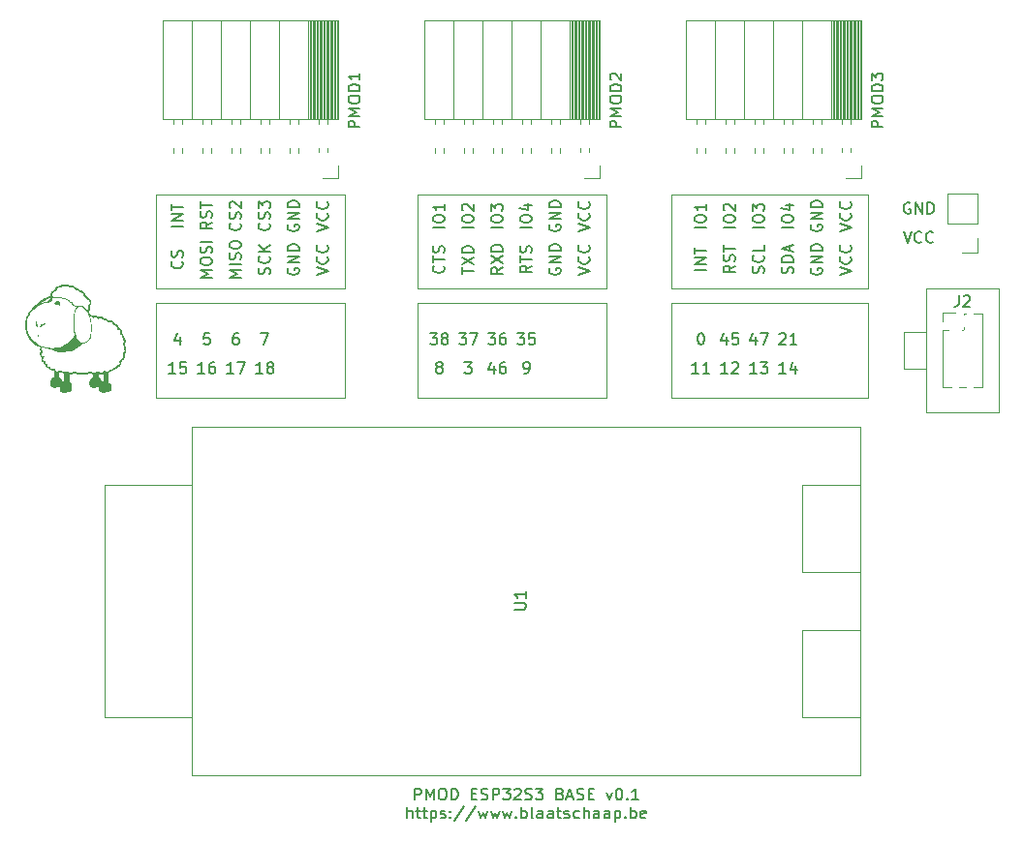
<source format=gbr>
%TF.GenerationSoftware,KiCad,Pcbnew,(6.0.10)*%
%TF.CreationDate,2023-01-05T13:46:32+01:00*%
%TF.ProjectId,pmod_esp32s3_baseboard,706d6f64-5f65-4737-9033-3273335f6261,rev?*%
%TF.SameCoordinates,Original*%
%TF.FileFunction,Legend,Top*%
%TF.FilePolarity,Positive*%
%FSLAX46Y46*%
G04 Gerber Fmt 4.6, Leading zero omitted, Abs format (unit mm)*
G04 Created by KiCad (PCBNEW (6.0.10)) date 2023-01-05 13:46:32*
%MOMM*%
%LPD*%
G01*
G04 APERTURE LIST*
%ADD10C,0.120000*%
%ADD11C,0.150000*%
G04 APERTURE END LIST*
D10*
X124460000Y-45085000D02*
X126365000Y-45085000D01*
X126365000Y-45085000D02*
X126365000Y-48260000D01*
X126365000Y-48260000D02*
X124460000Y-48260000D01*
X124460000Y-48260000D02*
X124460000Y-45085000D01*
X81915000Y-33020000D02*
X98425000Y-33020000D01*
X98425000Y-33020000D02*
X98425000Y-41275000D01*
X98425000Y-41275000D02*
X81915000Y-41275000D01*
X81915000Y-41275000D02*
X81915000Y-33020000D01*
X126365000Y-41275000D02*
X132715000Y-41275000D01*
X132715000Y-41275000D02*
X132715000Y-52070000D01*
X132715000Y-52070000D02*
X126365000Y-52070000D01*
X126365000Y-52070000D02*
X126365000Y-41275000D01*
X59055000Y-33020000D02*
X75565000Y-33020000D01*
X75565000Y-33020000D02*
X75565000Y-41275000D01*
X75565000Y-41275000D02*
X59055000Y-41275000D01*
X59055000Y-41275000D02*
X59055000Y-33020000D01*
X104140000Y-42545000D02*
X121285000Y-42545000D01*
X121285000Y-42545000D02*
X121285000Y-50800000D01*
X121285000Y-50800000D02*
X104140000Y-50800000D01*
X104140000Y-50800000D02*
X104140000Y-42545000D01*
X81915000Y-42545000D02*
X98425000Y-42545000D01*
X98425000Y-42545000D02*
X98425000Y-50800000D01*
X98425000Y-50800000D02*
X81915000Y-50800000D01*
X81915000Y-50800000D02*
X81915000Y-42545000D01*
X104140000Y-33020000D02*
X121285000Y-33020000D01*
X121285000Y-33020000D02*
X121285000Y-41275000D01*
X121285000Y-41275000D02*
X104140000Y-41275000D01*
X104140000Y-41275000D02*
X104140000Y-33020000D01*
X59055000Y-42545000D02*
X75565000Y-42545000D01*
X75565000Y-42545000D02*
X75565000Y-50800000D01*
X75565000Y-50800000D02*
X59055000Y-50800000D01*
X59055000Y-50800000D02*
X59055000Y-42545000D01*
D11*
X68246666Y-45172380D02*
X68913333Y-45172380D01*
X68484761Y-46172380D01*
X107132380Y-39639761D02*
X106132380Y-39639761D01*
X107132380Y-39163571D02*
X106132380Y-39163571D01*
X107132380Y-38592142D01*
X106132380Y-38592142D01*
X106132380Y-38258809D02*
X106132380Y-37687380D01*
X107132380Y-37973095D02*
X106132380Y-37973095D01*
X124968095Y-33790000D02*
X124872857Y-33742380D01*
X124730000Y-33742380D01*
X124587142Y-33790000D01*
X124491904Y-33885238D01*
X124444285Y-33980476D01*
X124396666Y-34170952D01*
X124396666Y-34313809D01*
X124444285Y-34504285D01*
X124491904Y-34599523D01*
X124587142Y-34694761D01*
X124730000Y-34742380D01*
X124825238Y-34742380D01*
X124968095Y-34694761D01*
X125015714Y-34647142D01*
X125015714Y-34313809D01*
X124825238Y-34313809D01*
X125444285Y-34742380D02*
X125444285Y-33742380D01*
X126015714Y-34742380D01*
X126015714Y-33742380D01*
X126491904Y-34742380D02*
X126491904Y-33742380D01*
X126730000Y-33742380D01*
X126872857Y-33790000D01*
X126968095Y-33885238D01*
X127015714Y-33980476D01*
X127063333Y-34170952D01*
X127063333Y-34313809D01*
X127015714Y-34504285D01*
X126968095Y-34599523D01*
X126872857Y-34694761D01*
X126730000Y-34742380D01*
X126491904Y-34742380D01*
X61412380Y-35829761D02*
X60412380Y-35829761D01*
X61412380Y-35353571D02*
X60412380Y-35353571D01*
X61412380Y-34782142D01*
X60412380Y-34782142D01*
X60412380Y-34448809D02*
X60412380Y-33877380D01*
X61412380Y-34163095D02*
X60412380Y-34163095D01*
X70620000Y-35686904D02*
X70572380Y-35782142D01*
X70572380Y-35925000D01*
X70620000Y-36067857D01*
X70715238Y-36163095D01*
X70810476Y-36210714D01*
X71000952Y-36258333D01*
X71143809Y-36258333D01*
X71334285Y-36210714D01*
X71429523Y-36163095D01*
X71524761Y-36067857D01*
X71572380Y-35925000D01*
X71572380Y-35829761D01*
X71524761Y-35686904D01*
X71477142Y-35639285D01*
X71143809Y-35639285D01*
X71143809Y-35829761D01*
X71572380Y-35210714D02*
X70572380Y-35210714D01*
X71572380Y-34639285D01*
X70572380Y-34639285D01*
X71572380Y-34163095D02*
X70572380Y-34163095D01*
X70572380Y-33925000D01*
X70620000Y-33782142D01*
X70715238Y-33686904D01*
X70810476Y-33639285D01*
X71000952Y-33591666D01*
X71143809Y-33591666D01*
X71334285Y-33639285D01*
X71429523Y-33686904D01*
X71524761Y-33782142D01*
X71572380Y-33925000D01*
X71572380Y-34163095D01*
X93480000Y-39496904D02*
X93432380Y-39592142D01*
X93432380Y-39735000D01*
X93480000Y-39877857D01*
X93575238Y-39973095D01*
X93670476Y-40020714D01*
X93860952Y-40068333D01*
X94003809Y-40068333D01*
X94194285Y-40020714D01*
X94289523Y-39973095D01*
X94384761Y-39877857D01*
X94432380Y-39735000D01*
X94432380Y-39639761D01*
X94384761Y-39496904D01*
X94337142Y-39449285D01*
X94003809Y-39449285D01*
X94003809Y-39639761D01*
X94432380Y-39020714D02*
X93432380Y-39020714D01*
X94432380Y-38449285D01*
X93432380Y-38449285D01*
X94432380Y-37973095D02*
X93432380Y-37973095D01*
X93432380Y-37735000D01*
X93480000Y-37592142D01*
X93575238Y-37496904D01*
X93670476Y-37449285D01*
X93860952Y-37401666D01*
X94003809Y-37401666D01*
X94194285Y-37449285D01*
X94289523Y-37496904D01*
X94384761Y-37592142D01*
X94432380Y-37735000D01*
X94432380Y-37973095D01*
X85812380Y-39996904D02*
X85812380Y-39425476D01*
X86812380Y-39711190D02*
X85812380Y-39711190D01*
X85812380Y-39187380D02*
X86812380Y-38520714D01*
X85812380Y-38520714D02*
X86812380Y-39187380D01*
X86812380Y-38139761D02*
X85812380Y-38139761D01*
X85812380Y-37901666D01*
X85860000Y-37758809D01*
X85955238Y-37663571D01*
X86050476Y-37615952D01*
X86240952Y-37568333D01*
X86383809Y-37568333D01*
X86574285Y-37615952D01*
X86669523Y-37663571D01*
X86764761Y-37758809D01*
X86812380Y-37901666D01*
X86812380Y-38139761D01*
X91892380Y-39282619D02*
X91416190Y-39615952D01*
X91892380Y-39854047D02*
X90892380Y-39854047D01*
X90892380Y-39473095D01*
X90940000Y-39377857D01*
X90987619Y-39330238D01*
X91082857Y-39282619D01*
X91225714Y-39282619D01*
X91320952Y-39330238D01*
X91368571Y-39377857D01*
X91416190Y-39473095D01*
X91416190Y-39854047D01*
X90892380Y-38996904D02*
X90892380Y-38425476D01*
X91892380Y-38711190D02*
X90892380Y-38711190D01*
X91844761Y-38139761D02*
X91892380Y-37996904D01*
X91892380Y-37758809D01*
X91844761Y-37663571D01*
X91797142Y-37615952D01*
X91701904Y-37568333D01*
X91606666Y-37568333D01*
X91511428Y-37615952D01*
X91463809Y-37663571D01*
X91416190Y-37758809D01*
X91368571Y-37949285D01*
X91320952Y-38044523D01*
X91273333Y-38092142D01*
X91178095Y-38139761D01*
X91082857Y-38139761D01*
X90987619Y-38092142D01*
X90940000Y-38044523D01*
X90892380Y-37949285D01*
X90892380Y-37711190D01*
X90940000Y-37568333D01*
X90630476Y-45172380D02*
X91249523Y-45172380D01*
X90916190Y-45553333D01*
X91059047Y-45553333D01*
X91154285Y-45600952D01*
X91201904Y-45648571D01*
X91249523Y-45743809D01*
X91249523Y-45981904D01*
X91201904Y-46077142D01*
X91154285Y-46124761D01*
X91059047Y-46172380D01*
X90773333Y-46172380D01*
X90678095Y-46124761D01*
X90630476Y-46077142D01*
X92154285Y-45172380D02*
X91678095Y-45172380D01*
X91630476Y-45648571D01*
X91678095Y-45600952D01*
X91773333Y-45553333D01*
X92011428Y-45553333D01*
X92106666Y-45600952D01*
X92154285Y-45648571D01*
X92201904Y-45743809D01*
X92201904Y-45981904D01*
X92154285Y-46077142D01*
X92106666Y-46124761D01*
X92011428Y-46172380D01*
X91773333Y-46172380D01*
X91678095Y-46124761D01*
X91630476Y-46077142D01*
X118832380Y-40068333D02*
X119832380Y-39735000D01*
X118832380Y-39401666D01*
X119737142Y-38496904D02*
X119784761Y-38544523D01*
X119832380Y-38687380D01*
X119832380Y-38782619D01*
X119784761Y-38925476D01*
X119689523Y-39020714D01*
X119594285Y-39068333D01*
X119403809Y-39115952D01*
X119260952Y-39115952D01*
X119070476Y-39068333D01*
X118975238Y-39020714D01*
X118880000Y-38925476D01*
X118832380Y-38782619D01*
X118832380Y-38687380D01*
X118880000Y-38544523D01*
X118927619Y-38496904D01*
X119737142Y-37496904D02*
X119784761Y-37544523D01*
X119832380Y-37687380D01*
X119832380Y-37782619D01*
X119784761Y-37925476D01*
X119689523Y-38020714D01*
X119594285Y-38068333D01*
X119403809Y-38115952D01*
X119260952Y-38115952D01*
X119070476Y-38068333D01*
X118975238Y-38020714D01*
X118880000Y-37925476D01*
X118832380Y-37782619D01*
X118832380Y-37687380D01*
X118880000Y-37544523D01*
X118927619Y-37496904D01*
X107132380Y-35925000D02*
X106132380Y-35925000D01*
X106132380Y-35258333D02*
X106132380Y-35067857D01*
X106180000Y-34972619D01*
X106275238Y-34877380D01*
X106465714Y-34829761D01*
X106799047Y-34829761D01*
X106989523Y-34877380D01*
X107084761Y-34972619D01*
X107132380Y-35067857D01*
X107132380Y-35258333D01*
X107084761Y-35353571D01*
X106989523Y-35448809D01*
X106799047Y-35496428D01*
X106465714Y-35496428D01*
X106275238Y-35448809D01*
X106180000Y-35353571D01*
X106132380Y-35258333D01*
X107132380Y-33877380D02*
X107132380Y-34448809D01*
X107132380Y-34163095D02*
X106132380Y-34163095D01*
X106275238Y-34258333D01*
X106370476Y-34353571D01*
X106418095Y-34448809D01*
X66230476Y-45172380D02*
X66040000Y-45172380D01*
X65944761Y-45220000D01*
X65897142Y-45267619D01*
X65801904Y-45410476D01*
X65754285Y-45600952D01*
X65754285Y-45981904D01*
X65801904Y-46077142D01*
X65849523Y-46124761D01*
X65944761Y-46172380D01*
X66135238Y-46172380D01*
X66230476Y-46124761D01*
X66278095Y-46077142D01*
X66325714Y-45981904D01*
X66325714Y-45743809D01*
X66278095Y-45648571D01*
X66230476Y-45600952D01*
X66135238Y-45553333D01*
X65944761Y-45553333D01*
X65849523Y-45600952D01*
X65801904Y-45648571D01*
X65754285Y-45743809D01*
X81678095Y-86007380D02*
X81678095Y-85007380D01*
X82059047Y-85007380D01*
X82154285Y-85055000D01*
X82201904Y-85102619D01*
X82249523Y-85197857D01*
X82249523Y-85340714D01*
X82201904Y-85435952D01*
X82154285Y-85483571D01*
X82059047Y-85531190D01*
X81678095Y-85531190D01*
X82678095Y-86007380D02*
X82678095Y-85007380D01*
X83011428Y-85721666D01*
X83344761Y-85007380D01*
X83344761Y-86007380D01*
X84011428Y-85007380D02*
X84201904Y-85007380D01*
X84297142Y-85055000D01*
X84392380Y-85150238D01*
X84440000Y-85340714D01*
X84440000Y-85674047D01*
X84392380Y-85864523D01*
X84297142Y-85959761D01*
X84201904Y-86007380D01*
X84011428Y-86007380D01*
X83916190Y-85959761D01*
X83820952Y-85864523D01*
X83773333Y-85674047D01*
X83773333Y-85340714D01*
X83820952Y-85150238D01*
X83916190Y-85055000D01*
X84011428Y-85007380D01*
X84868571Y-86007380D02*
X84868571Y-85007380D01*
X85106666Y-85007380D01*
X85249523Y-85055000D01*
X85344761Y-85150238D01*
X85392380Y-85245476D01*
X85440000Y-85435952D01*
X85440000Y-85578809D01*
X85392380Y-85769285D01*
X85344761Y-85864523D01*
X85249523Y-85959761D01*
X85106666Y-86007380D01*
X84868571Y-86007380D01*
X86630476Y-85483571D02*
X86963809Y-85483571D01*
X87106666Y-86007380D02*
X86630476Y-86007380D01*
X86630476Y-85007380D01*
X87106666Y-85007380D01*
X87487619Y-85959761D02*
X87630476Y-86007380D01*
X87868571Y-86007380D01*
X87963809Y-85959761D01*
X88011428Y-85912142D01*
X88059047Y-85816904D01*
X88059047Y-85721666D01*
X88011428Y-85626428D01*
X87963809Y-85578809D01*
X87868571Y-85531190D01*
X87678095Y-85483571D01*
X87582857Y-85435952D01*
X87535238Y-85388333D01*
X87487619Y-85293095D01*
X87487619Y-85197857D01*
X87535238Y-85102619D01*
X87582857Y-85055000D01*
X87678095Y-85007380D01*
X87916190Y-85007380D01*
X88059047Y-85055000D01*
X88487619Y-86007380D02*
X88487619Y-85007380D01*
X88868571Y-85007380D01*
X88963809Y-85055000D01*
X89011428Y-85102619D01*
X89059047Y-85197857D01*
X89059047Y-85340714D01*
X89011428Y-85435952D01*
X88963809Y-85483571D01*
X88868571Y-85531190D01*
X88487619Y-85531190D01*
X89392380Y-85007380D02*
X90011428Y-85007380D01*
X89678095Y-85388333D01*
X89820952Y-85388333D01*
X89916190Y-85435952D01*
X89963809Y-85483571D01*
X90011428Y-85578809D01*
X90011428Y-85816904D01*
X89963809Y-85912142D01*
X89916190Y-85959761D01*
X89820952Y-86007380D01*
X89535238Y-86007380D01*
X89440000Y-85959761D01*
X89392380Y-85912142D01*
X90392380Y-85102619D02*
X90440000Y-85055000D01*
X90535238Y-85007380D01*
X90773333Y-85007380D01*
X90868571Y-85055000D01*
X90916190Y-85102619D01*
X90963809Y-85197857D01*
X90963809Y-85293095D01*
X90916190Y-85435952D01*
X90344761Y-86007380D01*
X90963809Y-86007380D01*
X91344761Y-85959761D02*
X91487619Y-86007380D01*
X91725714Y-86007380D01*
X91820952Y-85959761D01*
X91868571Y-85912142D01*
X91916190Y-85816904D01*
X91916190Y-85721666D01*
X91868571Y-85626428D01*
X91820952Y-85578809D01*
X91725714Y-85531190D01*
X91535238Y-85483571D01*
X91440000Y-85435952D01*
X91392380Y-85388333D01*
X91344761Y-85293095D01*
X91344761Y-85197857D01*
X91392380Y-85102619D01*
X91440000Y-85055000D01*
X91535238Y-85007380D01*
X91773333Y-85007380D01*
X91916190Y-85055000D01*
X92249523Y-85007380D02*
X92868571Y-85007380D01*
X92535238Y-85388333D01*
X92678095Y-85388333D01*
X92773333Y-85435952D01*
X92820952Y-85483571D01*
X92868571Y-85578809D01*
X92868571Y-85816904D01*
X92820952Y-85912142D01*
X92773333Y-85959761D01*
X92678095Y-86007380D01*
X92392380Y-86007380D01*
X92297142Y-85959761D01*
X92249523Y-85912142D01*
X94392380Y-85483571D02*
X94535238Y-85531190D01*
X94582857Y-85578809D01*
X94630476Y-85674047D01*
X94630476Y-85816904D01*
X94582857Y-85912142D01*
X94535238Y-85959761D01*
X94440000Y-86007380D01*
X94059047Y-86007380D01*
X94059047Y-85007380D01*
X94392380Y-85007380D01*
X94487619Y-85055000D01*
X94535238Y-85102619D01*
X94582857Y-85197857D01*
X94582857Y-85293095D01*
X94535238Y-85388333D01*
X94487619Y-85435952D01*
X94392380Y-85483571D01*
X94059047Y-85483571D01*
X95011428Y-85721666D02*
X95487619Y-85721666D01*
X94916190Y-86007380D02*
X95249523Y-85007380D01*
X95582857Y-86007380D01*
X95868571Y-85959761D02*
X96011428Y-86007380D01*
X96249523Y-86007380D01*
X96344761Y-85959761D01*
X96392380Y-85912142D01*
X96440000Y-85816904D01*
X96440000Y-85721666D01*
X96392380Y-85626428D01*
X96344761Y-85578809D01*
X96249523Y-85531190D01*
X96059047Y-85483571D01*
X95963809Y-85435952D01*
X95916190Y-85388333D01*
X95868571Y-85293095D01*
X95868571Y-85197857D01*
X95916190Y-85102619D01*
X95963809Y-85055000D01*
X96059047Y-85007380D01*
X96297142Y-85007380D01*
X96440000Y-85055000D01*
X96868571Y-85483571D02*
X97201904Y-85483571D01*
X97344761Y-86007380D02*
X96868571Y-86007380D01*
X96868571Y-85007380D01*
X97344761Y-85007380D01*
X98440000Y-85340714D02*
X98678095Y-86007380D01*
X98916190Y-85340714D01*
X99487619Y-85007380D02*
X99582857Y-85007380D01*
X99678095Y-85055000D01*
X99725714Y-85102619D01*
X99773333Y-85197857D01*
X99820952Y-85388333D01*
X99820952Y-85626428D01*
X99773333Y-85816904D01*
X99725714Y-85912142D01*
X99678095Y-85959761D01*
X99582857Y-86007380D01*
X99487619Y-86007380D01*
X99392380Y-85959761D01*
X99344761Y-85912142D01*
X99297142Y-85816904D01*
X99249523Y-85626428D01*
X99249523Y-85388333D01*
X99297142Y-85197857D01*
X99344761Y-85102619D01*
X99392380Y-85055000D01*
X99487619Y-85007380D01*
X100249523Y-85912142D02*
X100297142Y-85959761D01*
X100249523Y-86007380D01*
X100201904Y-85959761D01*
X100249523Y-85912142D01*
X100249523Y-86007380D01*
X101249523Y-86007380D02*
X100678095Y-86007380D01*
X100963809Y-86007380D02*
X100963809Y-85007380D01*
X100868571Y-85150238D01*
X100773333Y-85245476D01*
X100678095Y-85293095D01*
X81035238Y-87617380D02*
X81035238Y-86617380D01*
X81463809Y-87617380D02*
X81463809Y-87093571D01*
X81416190Y-86998333D01*
X81320952Y-86950714D01*
X81178095Y-86950714D01*
X81082857Y-86998333D01*
X81035238Y-87045952D01*
X81797142Y-86950714D02*
X82178095Y-86950714D01*
X81940000Y-86617380D02*
X81940000Y-87474523D01*
X81987619Y-87569761D01*
X82082857Y-87617380D01*
X82178095Y-87617380D01*
X82368571Y-86950714D02*
X82749523Y-86950714D01*
X82511428Y-86617380D02*
X82511428Y-87474523D01*
X82559047Y-87569761D01*
X82654285Y-87617380D01*
X82749523Y-87617380D01*
X83082857Y-86950714D02*
X83082857Y-87950714D01*
X83082857Y-86998333D02*
X83178095Y-86950714D01*
X83368571Y-86950714D01*
X83463809Y-86998333D01*
X83511428Y-87045952D01*
X83559047Y-87141190D01*
X83559047Y-87426904D01*
X83511428Y-87522142D01*
X83463809Y-87569761D01*
X83368571Y-87617380D01*
X83178095Y-87617380D01*
X83082857Y-87569761D01*
X83940000Y-87569761D02*
X84035238Y-87617380D01*
X84225714Y-87617380D01*
X84320952Y-87569761D01*
X84368571Y-87474523D01*
X84368571Y-87426904D01*
X84320952Y-87331666D01*
X84225714Y-87284047D01*
X84082857Y-87284047D01*
X83987619Y-87236428D01*
X83940000Y-87141190D01*
X83940000Y-87093571D01*
X83987619Y-86998333D01*
X84082857Y-86950714D01*
X84225714Y-86950714D01*
X84320952Y-86998333D01*
X84797142Y-87522142D02*
X84844761Y-87569761D01*
X84797142Y-87617380D01*
X84749523Y-87569761D01*
X84797142Y-87522142D01*
X84797142Y-87617380D01*
X84797142Y-86998333D02*
X84844761Y-87045952D01*
X84797142Y-87093571D01*
X84749523Y-87045952D01*
X84797142Y-86998333D01*
X84797142Y-87093571D01*
X85987619Y-86569761D02*
X85130476Y-87855476D01*
X87035238Y-86569761D02*
X86178095Y-87855476D01*
X87273333Y-86950714D02*
X87463809Y-87617380D01*
X87654285Y-87141190D01*
X87844761Y-87617380D01*
X88035238Y-86950714D01*
X88320952Y-86950714D02*
X88511428Y-87617380D01*
X88701904Y-87141190D01*
X88892380Y-87617380D01*
X89082857Y-86950714D01*
X89368571Y-86950714D02*
X89559047Y-87617380D01*
X89749523Y-87141190D01*
X89940000Y-87617380D01*
X90130476Y-86950714D01*
X90511428Y-87522142D02*
X90559047Y-87569761D01*
X90511428Y-87617380D01*
X90463809Y-87569761D01*
X90511428Y-87522142D01*
X90511428Y-87617380D01*
X90987619Y-87617380D02*
X90987619Y-86617380D01*
X90987619Y-86998333D02*
X91082857Y-86950714D01*
X91273333Y-86950714D01*
X91368571Y-86998333D01*
X91416190Y-87045952D01*
X91463809Y-87141190D01*
X91463809Y-87426904D01*
X91416190Y-87522142D01*
X91368571Y-87569761D01*
X91273333Y-87617380D01*
X91082857Y-87617380D01*
X90987619Y-87569761D01*
X92035238Y-87617380D02*
X91940000Y-87569761D01*
X91892380Y-87474523D01*
X91892380Y-86617380D01*
X92844761Y-87617380D02*
X92844761Y-87093571D01*
X92797142Y-86998333D01*
X92701904Y-86950714D01*
X92511428Y-86950714D01*
X92416190Y-86998333D01*
X92844761Y-87569761D02*
X92749523Y-87617380D01*
X92511428Y-87617380D01*
X92416190Y-87569761D01*
X92368571Y-87474523D01*
X92368571Y-87379285D01*
X92416190Y-87284047D01*
X92511428Y-87236428D01*
X92749523Y-87236428D01*
X92844761Y-87188809D01*
X93749523Y-87617380D02*
X93749523Y-87093571D01*
X93701904Y-86998333D01*
X93606666Y-86950714D01*
X93416190Y-86950714D01*
X93320952Y-86998333D01*
X93749523Y-87569761D02*
X93654285Y-87617380D01*
X93416190Y-87617380D01*
X93320952Y-87569761D01*
X93273333Y-87474523D01*
X93273333Y-87379285D01*
X93320952Y-87284047D01*
X93416190Y-87236428D01*
X93654285Y-87236428D01*
X93749523Y-87188809D01*
X94082857Y-86950714D02*
X94463809Y-86950714D01*
X94225714Y-86617380D02*
X94225714Y-87474523D01*
X94273333Y-87569761D01*
X94368571Y-87617380D01*
X94463809Y-87617380D01*
X94749523Y-87569761D02*
X94844761Y-87617380D01*
X95035238Y-87617380D01*
X95130476Y-87569761D01*
X95178095Y-87474523D01*
X95178095Y-87426904D01*
X95130476Y-87331666D01*
X95035238Y-87284047D01*
X94892380Y-87284047D01*
X94797142Y-87236428D01*
X94749523Y-87141190D01*
X94749523Y-87093571D01*
X94797142Y-86998333D01*
X94892380Y-86950714D01*
X95035238Y-86950714D01*
X95130476Y-86998333D01*
X96035238Y-87569761D02*
X95940000Y-87617380D01*
X95749523Y-87617380D01*
X95654285Y-87569761D01*
X95606666Y-87522142D01*
X95559047Y-87426904D01*
X95559047Y-87141190D01*
X95606666Y-87045952D01*
X95654285Y-86998333D01*
X95749523Y-86950714D01*
X95940000Y-86950714D01*
X96035238Y-86998333D01*
X96463809Y-87617380D02*
X96463809Y-86617380D01*
X96892380Y-87617380D02*
X96892380Y-87093571D01*
X96844761Y-86998333D01*
X96749523Y-86950714D01*
X96606666Y-86950714D01*
X96511428Y-86998333D01*
X96463809Y-87045952D01*
X97797142Y-87617380D02*
X97797142Y-87093571D01*
X97749523Y-86998333D01*
X97654285Y-86950714D01*
X97463809Y-86950714D01*
X97368571Y-86998333D01*
X97797142Y-87569761D02*
X97701904Y-87617380D01*
X97463809Y-87617380D01*
X97368571Y-87569761D01*
X97320952Y-87474523D01*
X97320952Y-87379285D01*
X97368571Y-87284047D01*
X97463809Y-87236428D01*
X97701904Y-87236428D01*
X97797142Y-87188809D01*
X98701904Y-87617380D02*
X98701904Y-87093571D01*
X98654285Y-86998333D01*
X98559047Y-86950714D01*
X98368571Y-86950714D01*
X98273333Y-86998333D01*
X98701904Y-87569761D02*
X98606666Y-87617380D01*
X98368571Y-87617380D01*
X98273333Y-87569761D01*
X98225714Y-87474523D01*
X98225714Y-87379285D01*
X98273333Y-87284047D01*
X98368571Y-87236428D01*
X98606666Y-87236428D01*
X98701904Y-87188809D01*
X99178095Y-86950714D02*
X99178095Y-87950714D01*
X99178095Y-86998333D02*
X99273333Y-86950714D01*
X99463809Y-86950714D01*
X99559047Y-86998333D01*
X99606666Y-87045952D01*
X99654285Y-87141190D01*
X99654285Y-87426904D01*
X99606666Y-87522142D01*
X99559047Y-87569761D01*
X99463809Y-87617380D01*
X99273333Y-87617380D01*
X99178095Y-87569761D01*
X100082857Y-87522142D02*
X100130476Y-87569761D01*
X100082857Y-87617380D01*
X100035238Y-87569761D01*
X100082857Y-87522142D01*
X100082857Y-87617380D01*
X100559047Y-87617380D02*
X100559047Y-86617380D01*
X100559047Y-86998333D02*
X100654285Y-86950714D01*
X100844761Y-86950714D01*
X100940000Y-86998333D01*
X100987619Y-87045952D01*
X101035238Y-87141190D01*
X101035238Y-87426904D01*
X100987619Y-87522142D01*
X100940000Y-87569761D01*
X100844761Y-87617380D01*
X100654285Y-87617380D01*
X100559047Y-87569761D01*
X101844761Y-87569761D02*
X101749523Y-87617380D01*
X101559047Y-87617380D01*
X101463809Y-87569761D01*
X101416190Y-87474523D01*
X101416190Y-87093571D01*
X101463809Y-86998333D01*
X101559047Y-86950714D01*
X101749523Y-86950714D01*
X101844761Y-86998333D01*
X101892380Y-87093571D01*
X101892380Y-87188809D01*
X101416190Y-87284047D01*
X84177142Y-39282619D02*
X84224761Y-39330238D01*
X84272380Y-39473095D01*
X84272380Y-39568333D01*
X84224761Y-39711190D01*
X84129523Y-39806428D01*
X84034285Y-39854047D01*
X83843809Y-39901666D01*
X83700952Y-39901666D01*
X83510476Y-39854047D01*
X83415238Y-39806428D01*
X83320000Y-39711190D01*
X83272380Y-39568333D01*
X83272380Y-39473095D01*
X83320000Y-39330238D01*
X83367619Y-39282619D01*
X83272380Y-38996904D02*
X83272380Y-38425476D01*
X84272380Y-38711190D02*
X83272380Y-38711190D01*
X84224761Y-38139761D02*
X84272380Y-37996904D01*
X84272380Y-37758809D01*
X84224761Y-37663571D01*
X84177142Y-37615952D01*
X84081904Y-37568333D01*
X83986666Y-37568333D01*
X83891428Y-37615952D01*
X83843809Y-37663571D01*
X83796190Y-37758809D01*
X83748571Y-37949285D01*
X83700952Y-38044523D01*
X83653333Y-38092142D01*
X83558095Y-38139761D01*
X83462857Y-38139761D01*
X83367619Y-38092142D01*
X83320000Y-38044523D01*
X83272380Y-37949285D01*
X83272380Y-37711190D01*
X83320000Y-37568333D01*
X83724761Y-48140952D02*
X83629523Y-48093333D01*
X83581904Y-48045714D01*
X83534285Y-47950476D01*
X83534285Y-47902857D01*
X83581904Y-47807619D01*
X83629523Y-47760000D01*
X83724761Y-47712380D01*
X83915238Y-47712380D01*
X84010476Y-47760000D01*
X84058095Y-47807619D01*
X84105714Y-47902857D01*
X84105714Y-47950476D01*
X84058095Y-48045714D01*
X84010476Y-48093333D01*
X83915238Y-48140952D01*
X83724761Y-48140952D01*
X83629523Y-48188571D01*
X83581904Y-48236190D01*
X83534285Y-48331428D01*
X83534285Y-48521904D01*
X83581904Y-48617142D01*
X83629523Y-48664761D01*
X83724761Y-48712380D01*
X83915238Y-48712380D01*
X84010476Y-48664761D01*
X84058095Y-48617142D01*
X84105714Y-48521904D01*
X84105714Y-48331428D01*
X84058095Y-48236190D01*
X84010476Y-48188571D01*
X83915238Y-48140952D01*
X84272380Y-35925000D02*
X83272380Y-35925000D01*
X83272380Y-35258333D02*
X83272380Y-35067857D01*
X83320000Y-34972619D01*
X83415238Y-34877380D01*
X83605714Y-34829761D01*
X83939047Y-34829761D01*
X84129523Y-34877380D01*
X84224761Y-34972619D01*
X84272380Y-35067857D01*
X84272380Y-35258333D01*
X84224761Y-35353571D01*
X84129523Y-35448809D01*
X83939047Y-35496428D01*
X83605714Y-35496428D01*
X83415238Y-35448809D01*
X83320000Y-35353571D01*
X83272380Y-35258333D01*
X84272380Y-33877380D02*
X84272380Y-34448809D01*
X84272380Y-34163095D02*
X83272380Y-34163095D01*
X83415238Y-34258333D01*
X83510476Y-34353571D01*
X83558095Y-34448809D01*
X111569523Y-48712380D02*
X110998095Y-48712380D01*
X111283809Y-48712380D02*
X111283809Y-47712380D01*
X111188571Y-47855238D01*
X111093333Y-47950476D01*
X110998095Y-47998095D01*
X111902857Y-47712380D02*
X112521904Y-47712380D01*
X112188571Y-48093333D01*
X112331428Y-48093333D01*
X112426666Y-48140952D01*
X112474285Y-48188571D01*
X112521904Y-48283809D01*
X112521904Y-48521904D01*
X112474285Y-48617142D01*
X112426666Y-48664761D01*
X112331428Y-48712380D01*
X112045714Y-48712380D01*
X111950476Y-48664761D01*
X111902857Y-48617142D01*
X61317142Y-38901666D02*
X61364761Y-38949285D01*
X61412380Y-39092142D01*
X61412380Y-39187380D01*
X61364761Y-39330238D01*
X61269523Y-39425476D01*
X61174285Y-39473095D01*
X60983809Y-39520714D01*
X60840952Y-39520714D01*
X60650476Y-39473095D01*
X60555238Y-39425476D01*
X60460000Y-39330238D01*
X60412380Y-39187380D01*
X60412380Y-39092142D01*
X60460000Y-38949285D01*
X60507619Y-38901666D01*
X61364761Y-38520714D02*
X61412380Y-38377857D01*
X61412380Y-38139761D01*
X61364761Y-38044523D01*
X61317142Y-37996904D01*
X61221904Y-37949285D01*
X61126666Y-37949285D01*
X61031428Y-37996904D01*
X60983809Y-38044523D01*
X60936190Y-38139761D01*
X60888571Y-38330238D01*
X60840952Y-38425476D01*
X60793333Y-38473095D01*
X60698095Y-38520714D01*
X60602857Y-38520714D01*
X60507619Y-38473095D01*
X60460000Y-38425476D01*
X60412380Y-38330238D01*
X60412380Y-38092142D01*
X60460000Y-37949285D01*
X61150476Y-45505714D02*
X61150476Y-46172380D01*
X60912380Y-45124761D02*
X60674285Y-45839047D01*
X61293333Y-45839047D01*
X85550476Y-45172380D02*
X86169523Y-45172380D01*
X85836190Y-45553333D01*
X85979047Y-45553333D01*
X86074285Y-45600952D01*
X86121904Y-45648571D01*
X86169523Y-45743809D01*
X86169523Y-45981904D01*
X86121904Y-46077142D01*
X86074285Y-46124761D01*
X85979047Y-46172380D01*
X85693333Y-46172380D01*
X85598095Y-46124761D01*
X85550476Y-46077142D01*
X86502857Y-45172380D02*
X87169523Y-45172380D01*
X86740952Y-46172380D01*
X66492380Y-40306428D02*
X65492380Y-40306428D01*
X66206666Y-39973095D01*
X65492380Y-39639761D01*
X66492380Y-39639761D01*
X66492380Y-39163571D02*
X65492380Y-39163571D01*
X66444761Y-38735000D02*
X66492380Y-38592142D01*
X66492380Y-38354047D01*
X66444761Y-38258809D01*
X66397142Y-38211190D01*
X66301904Y-38163571D01*
X66206666Y-38163571D01*
X66111428Y-38211190D01*
X66063809Y-38258809D01*
X66016190Y-38354047D01*
X65968571Y-38544523D01*
X65920952Y-38639761D01*
X65873333Y-38687380D01*
X65778095Y-38735000D01*
X65682857Y-38735000D01*
X65587619Y-38687380D01*
X65540000Y-38639761D01*
X65492380Y-38544523D01*
X65492380Y-38306428D01*
X65540000Y-38163571D01*
X65492380Y-37544523D02*
X65492380Y-37354047D01*
X65540000Y-37258809D01*
X65635238Y-37163571D01*
X65825714Y-37115952D01*
X66159047Y-37115952D01*
X66349523Y-37163571D01*
X66444761Y-37258809D01*
X66492380Y-37354047D01*
X66492380Y-37544523D01*
X66444761Y-37639761D01*
X66349523Y-37735000D01*
X66159047Y-37782619D01*
X65825714Y-37782619D01*
X65635238Y-37735000D01*
X65540000Y-37639761D01*
X65492380Y-37544523D01*
X68984761Y-40020714D02*
X69032380Y-39877857D01*
X69032380Y-39639761D01*
X68984761Y-39544523D01*
X68937142Y-39496904D01*
X68841904Y-39449285D01*
X68746666Y-39449285D01*
X68651428Y-39496904D01*
X68603809Y-39544523D01*
X68556190Y-39639761D01*
X68508571Y-39830238D01*
X68460952Y-39925476D01*
X68413333Y-39973095D01*
X68318095Y-40020714D01*
X68222857Y-40020714D01*
X68127619Y-39973095D01*
X68080000Y-39925476D01*
X68032380Y-39830238D01*
X68032380Y-39592142D01*
X68080000Y-39449285D01*
X68937142Y-38449285D02*
X68984761Y-38496904D01*
X69032380Y-38639761D01*
X69032380Y-38735000D01*
X68984761Y-38877857D01*
X68889523Y-38973095D01*
X68794285Y-39020714D01*
X68603809Y-39068333D01*
X68460952Y-39068333D01*
X68270476Y-39020714D01*
X68175238Y-38973095D01*
X68080000Y-38877857D01*
X68032380Y-38735000D01*
X68032380Y-38639761D01*
X68080000Y-38496904D01*
X68127619Y-38449285D01*
X69032380Y-38020714D02*
X68032380Y-38020714D01*
X69032380Y-37449285D02*
X68460952Y-37877857D01*
X68032380Y-37449285D02*
X68603809Y-38020714D01*
X65849523Y-48712380D02*
X65278095Y-48712380D01*
X65563809Y-48712380D02*
X65563809Y-47712380D01*
X65468571Y-47855238D01*
X65373333Y-47950476D01*
X65278095Y-47998095D01*
X66182857Y-47712380D02*
X66849523Y-47712380D01*
X66420952Y-48712380D01*
X60769523Y-48712380D02*
X60198095Y-48712380D01*
X60483809Y-48712380D02*
X60483809Y-47712380D01*
X60388571Y-47855238D01*
X60293333Y-47950476D01*
X60198095Y-47998095D01*
X61674285Y-47712380D02*
X61198095Y-47712380D01*
X61150476Y-48188571D01*
X61198095Y-48140952D01*
X61293333Y-48093333D01*
X61531428Y-48093333D01*
X61626666Y-48140952D01*
X61674285Y-48188571D01*
X61721904Y-48283809D01*
X61721904Y-48521904D01*
X61674285Y-48617142D01*
X61626666Y-48664761D01*
X61531428Y-48712380D01*
X61293333Y-48712380D01*
X61198095Y-48664761D01*
X61150476Y-48617142D01*
X70620000Y-39496904D02*
X70572380Y-39592142D01*
X70572380Y-39735000D01*
X70620000Y-39877857D01*
X70715238Y-39973095D01*
X70810476Y-40020714D01*
X71000952Y-40068333D01*
X71143809Y-40068333D01*
X71334285Y-40020714D01*
X71429523Y-39973095D01*
X71524761Y-39877857D01*
X71572380Y-39735000D01*
X71572380Y-39639761D01*
X71524761Y-39496904D01*
X71477142Y-39449285D01*
X71143809Y-39449285D01*
X71143809Y-39639761D01*
X71572380Y-39020714D02*
X70572380Y-39020714D01*
X71572380Y-38449285D01*
X70572380Y-38449285D01*
X71572380Y-37973095D02*
X70572380Y-37973095D01*
X70572380Y-37735000D01*
X70620000Y-37592142D01*
X70715238Y-37496904D01*
X70810476Y-37449285D01*
X71000952Y-37401666D01*
X71143809Y-37401666D01*
X71334285Y-37449285D01*
X71429523Y-37496904D01*
X71524761Y-37592142D01*
X71572380Y-37735000D01*
X71572380Y-37973095D01*
X124396666Y-36282380D02*
X124730000Y-37282380D01*
X125063333Y-36282380D01*
X125968095Y-37187142D02*
X125920476Y-37234761D01*
X125777619Y-37282380D01*
X125682380Y-37282380D01*
X125539523Y-37234761D01*
X125444285Y-37139523D01*
X125396666Y-37044285D01*
X125349047Y-36853809D01*
X125349047Y-36710952D01*
X125396666Y-36520476D01*
X125444285Y-36425238D01*
X125539523Y-36330000D01*
X125682380Y-36282380D01*
X125777619Y-36282380D01*
X125920476Y-36330000D01*
X125968095Y-36377619D01*
X126968095Y-37187142D02*
X126920476Y-37234761D01*
X126777619Y-37282380D01*
X126682380Y-37282380D01*
X126539523Y-37234761D01*
X126444285Y-37139523D01*
X126396666Y-37044285D01*
X126349047Y-36853809D01*
X126349047Y-36710952D01*
X126396666Y-36520476D01*
X126444285Y-36425238D01*
X126539523Y-36330000D01*
X126682380Y-36282380D01*
X126777619Y-36282380D01*
X126920476Y-36330000D01*
X126968095Y-36377619D01*
X113538095Y-45267619D02*
X113585714Y-45220000D01*
X113680952Y-45172380D01*
X113919047Y-45172380D01*
X114014285Y-45220000D01*
X114061904Y-45267619D01*
X114109523Y-45362857D01*
X114109523Y-45458095D01*
X114061904Y-45600952D01*
X113490476Y-46172380D01*
X114109523Y-46172380D01*
X115061904Y-46172380D02*
X114490476Y-46172380D01*
X114776190Y-46172380D02*
X114776190Y-45172380D01*
X114680952Y-45315238D01*
X114585714Y-45410476D01*
X114490476Y-45458095D01*
X116340000Y-39496904D02*
X116292380Y-39592142D01*
X116292380Y-39735000D01*
X116340000Y-39877857D01*
X116435238Y-39973095D01*
X116530476Y-40020714D01*
X116720952Y-40068333D01*
X116863809Y-40068333D01*
X117054285Y-40020714D01*
X117149523Y-39973095D01*
X117244761Y-39877857D01*
X117292380Y-39735000D01*
X117292380Y-39639761D01*
X117244761Y-39496904D01*
X117197142Y-39449285D01*
X116863809Y-39449285D01*
X116863809Y-39639761D01*
X117292380Y-39020714D02*
X116292380Y-39020714D01*
X117292380Y-38449285D01*
X116292380Y-38449285D01*
X117292380Y-37973095D02*
X116292380Y-37973095D01*
X116292380Y-37735000D01*
X116340000Y-37592142D01*
X116435238Y-37496904D01*
X116530476Y-37449285D01*
X116720952Y-37401666D01*
X116863809Y-37401666D01*
X117054285Y-37449285D01*
X117149523Y-37496904D01*
X117244761Y-37592142D01*
X117292380Y-37735000D01*
X117292380Y-37973095D01*
X108934285Y-45505714D02*
X108934285Y-46172380D01*
X108696190Y-45124761D02*
X108458095Y-45839047D01*
X109077142Y-45839047D01*
X109934285Y-45172380D02*
X109458095Y-45172380D01*
X109410476Y-45648571D01*
X109458095Y-45600952D01*
X109553333Y-45553333D01*
X109791428Y-45553333D01*
X109886666Y-45600952D01*
X109934285Y-45648571D01*
X109981904Y-45743809D01*
X109981904Y-45981904D01*
X109934285Y-46077142D01*
X109886666Y-46124761D01*
X109791428Y-46172380D01*
X109553333Y-46172380D01*
X109458095Y-46124761D01*
X109410476Y-46077142D01*
X91249523Y-48712380D02*
X91440000Y-48712380D01*
X91535238Y-48664761D01*
X91582857Y-48617142D01*
X91678095Y-48474285D01*
X91725714Y-48283809D01*
X91725714Y-47902857D01*
X91678095Y-47807619D01*
X91630476Y-47760000D01*
X91535238Y-47712380D01*
X91344761Y-47712380D01*
X91249523Y-47760000D01*
X91201904Y-47807619D01*
X91154285Y-47902857D01*
X91154285Y-48140952D01*
X91201904Y-48236190D01*
X91249523Y-48283809D01*
X91344761Y-48331428D01*
X91535238Y-48331428D01*
X91630476Y-48283809D01*
X91678095Y-48236190D01*
X91725714Y-48140952D01*
X88090476Y-45172380D02*
X88709523Y-45172380D01*
X88376190Y-45553333D01*
X88519047Y-45553333D01*
X88614285Y-45600952D01*
X88661904Y-45648571D01*
X88709523Y-45743809D01*
X88709523Y-45981904D01*
X88661904Y-46077142D01*
X88614285Y-46124761D01*
X88519047Y-46172380D01*
X88233333Y-46172380D01*
X88138095Y-46124761D01*
X88090476Y-46077142D01*
X89566666Y-45172380D02*
X89376190Y-45172380D01*
X89280952Y-45220000D01*
X89233333Y-45267619D01*
X89138095Y-45410476D01*
X89090476Y-45600952D01*
X89090476Y-45981904D01*
X89138095Y-46077142D01*
X89185714Y-46124761D01*
X89280952Y-46172380D01*
X89471428Y-46172380D01*
X89566666Y-46124761D01*
X89614285Y-46077142D01*
X89661904Y-45981904D01*
X89661904Y-45743809D01*
X89614285Y-45648571D01*
X89566666Y-45600952D01*
X89471428Y-45553333D01*
X89280952Y-45553333D01*
X89185714Y-45600952D01*
X89138095Y-45648571D01*
X89090476Y-45743809D01*
X73112380Y-40068333D02*
X74112380Y-39735000D01*
X73112380Y-39401666D01*
X74017142Y-38496904D02*
X74064761Y-38544523D01*
X74112380Y-38687380D01*
X74112380Y-38782619D01*
X74064761Y-38925476D01*
X73969523Y-39020714D01*
X73874285Y-39068333D01*
X73683809Y-39115952D01*
X73540952Y-39115952D01*
X73350476Y-39068333D01*
X73255238Y-39020714D01*
X73160000Y-38925476D01*
X73112380Y-38782619D01*
X73112380Y-38687380D01*
X73160000Y-38544523D01*
X73207619Y-38496904D01*
X74017142Y-37496904D02*
X74064761Y-37544523D01*
X74112380Y-37687380D01*
X74112380Y-37782619D01*
X74064761Y-37925476D01*
X73969523Y-38020714D01*
X73874285Y-38068333D01*
X73683809Y-38115952D01*
X73540952Y-38115952D01*
X73350476Y-38068333D01*
X73255238Y-38020714D01*
X73160000Y-37925476D01*
X73112380Y-37782619D01*
X73112380Y-37687380D01*
X73160000Y-37544523D01*
X73207619Y-37496904D01*
X83010476Y-45172380D02*
X83629523Y-45172380D01*
X83296190Y-45553333D01*
X83439047Y-45553333D01*
X83534285Y-45600952D01*
X83581904Y-45648571D01*
X83629523Y-45743809D01*
X83629523Y-45981904D01*
X83581904Y-46077142D01*
X83534285Y-46124761D01*
X83439047Y-46172380D01*
X83153333Y-46172380D01*
X83058095Y-46124761D01*
X83010476Y-46077142D01*
X84200952Y-45600952D02*
X84105714Y-45553333D01*
X84058095Y-45505714D01*
X84010476Y-45410476D01*
X84010476Y-45362857D01*
X84058095Y-45267619D01*
X84105714Y-45220000D01*
X84200952Y-45172380D01*
X84391428Y-45172380D01*
X84486666Y-45220000D01*
X84534285Y-45267619D01*
X84581904Y-45362857D01*
X84581904Y-45410476D01*
X84534285Y-45505714D01*
X84486666Y-45553333D01*
X84391428Y-45600952D01*
X84200952Y-45600952D01*
X84105714Y-45648571D01*
X84058095Y-45696190D01*
X84010476Y-45791428D01*
X84010476Y-45981904D01*
X84058095Y-46077142D01*
X84105714Y-46124761D01*
X84200952Y-46172380D01*
X84391428Y-46172380D01*
X84486666Y-46124761D01*
X84534285Y-46077142D01*
X84581904Y-45981904D01*
X84581904Y-45791428D01*
X84534285Y-45696190D01*
X84486666Y-45648571D01*
X84391428Y-45600952D01*
X116340000Y-35686904D02*
X116292380Y-35782142D01*
X116292380Y-35925000D01*
X116340000Y-36067857D01*
X116435238Y-36163095D01*
X116530476Y-36210714D01*
X116720952Y-36258333D01*
X116863809Y-36258333D01*
X117054285Y-36210714D01*
X117149523Y-36163095D01*
X117244761Y-36067857D01*
X117292380Y-35925000D01*
X117292380Y-35829761D01*
X117244761Y-35686904D01*
X117197142Y-35639285D01*
X116863809Y-35639285D01*
X116863809Y-35829761D01*
X117292380Y-35210714D02*
X116292380Y-35210714D01*
X117292380Y-34639285D01*
X116292380Y-34639285D01*
X117292380Y-34163095D02*
X116292380Y-34163095D01*
X116292380Y-33925000D01*
X116340000Y-33782142D01*
X116435238Y-33686904D01*
X116530476Y-33639285D01*
X116720952Y-33591666D01*
X116863809Y-33591666D01*
X117054285Y-33639285D01*
X117149523Y-33686904D01*
X117244761Y-33782142D01*
X117292380Y-33925000D01*
X117292380Y-34163095D01*
X63952380Y-40306428D02*
X62952380Y-40306428D01*
X63666666Y-39973095D01*
X62952380Y-39639761D01*
X63952380Y-39639761D01*
X62952380Y-38973095D02*
X62952380Y-38782619D01*
X63000000Y-38687380D01*
X63095238Y-38592142D01*
X63285714Y-38544523D01*
X63619047Y-38544523D01*
X63809523Y-38592142D01*
X63904761Y-38687380D01*
X63952380Y-38782619D01*
X63952380Y-38973095D01*
X63904761Y-39068333D01*
X63809523Y-39163571D01*
X63619047Y-39211190D01*
X63285714Y-39211190D01*
X63095238Y-39163571D01*
X63000000Y-39068333D01*
X62952380Y-38973095D01*
X63904761Y-38163571D02*
X63952380Y-38020714D01*
X63952380Y-37782619D01*
X63904761Y-37687380D01*
X63857142Y-37639761D01*
X63761904Y-37592142D01*
X63666666Y-37592142D01*
X63571428Y-37639761D01*
X63523809Y-37687380D01*
X63476190Y-37782619D01*
X63428571Y-37973095D01*
X63380952Y-38068333D01*
X63333333Y-38115952D01*
X63238095Y-38163571D01*
X63142857Y-38163571D01*
X63047619Y-38115952D01*
X63000000Y-38068333D01*
X62952380Y-37973095D01*
X62952380Y-37735000D01*
X63000000Y-37592142D01*
X63952380Y-37163571D02*
X62952380Y-37163571D01*
X106489523Y-48712380D02*
X105918095Y-48712380D01*
X106203809Y-48712380D02*
X106203809Y-47712380D01*
X106108571Y-47855238D01*
X106013333Y-47950476D01*
X105918095Y-47998095D01*
X107441904Y-48712380D02*
X106870476Y-48712380D01*
X107156190Y-48712380D02*
X107156190Y-47712380D01*
X107060952Y-47855238D01*
X106965714Y-47950476D01*
X106870476Y-47998095D01*
X91892380Y-35925000D02*
X90892380Y-35925000D01*
X90892380Y-35258333D02*
X90892380Y-35067857D01*
X90940000Y-34972619D01*
X91035238Y-34877380D01*
X91225714Y-34829761D01*
X91559047Y-34829761D01*
X91749523Y-34877380D01*
X91844761Y-34972619D01*
X91892380Y-35067857D01*
X91892380Y-35258333D01*
X91844761Y-35353571D01*
X91749523Y-35448809D01*
X91559047Y-35496428D01*
X91225714Y-35496428D01*
X91035238Y-35448809D01*
X90940000Y-35353571D01*
X90892380Y-35258333D01*
X91225714Y-33972619D02*
X91892380Y-33972619D01*
X90844761Y-34210714D02*
X91559047Y-34448809D01*
X91559047Y-33829761D01*
X114109523Y-48712380D02*
X113538095Y-48712380D01*
X113823809Y-48712380D02*
X113823809Y-47712380D01*
X113728571Y-47855238D01*
X113633333Y-47950476D01*
X113538095Y-47998095D01*
X114966666Y-48045714D02*
X114966666Y-48712380D01*
X114728571Y-47664761D02*
X114490476Y-48379047D01*
X115109523Y-48379047D01*
X89352380Y-35925000D02*
X88352380Y-35925000D01*
X88352380Y-35258333D02*
X88352380Y-35067857D01*
X88400000Y-34972619D01*
X88495238Y-34877380D01*
X88685714Y-34829761D01*
X89019047Y-34829761D01*
X89209523Y-34877380D01*
X89304761Y-34972619D01*
X89352380Y-35067857D01*
X89352380Y-35258333D01*
X89304761Y-35353571D01*
X89209523Y-35448809D01*
X89019047Y-35496428D01*
X88685714Y-35496428D01*
X88495238Y-35448809D01*
X88400000Y-35353571D01*
X88352380Y-35258333D01*
X88352380Y-34496428D02*
X88352380Y-33877380D01*
X88733333Y-34210714D01*
X88733333Y-34067857D01*
X88780952Y-33972619D01*
X88828571Y-33925000D01*
X88923809Y-33877380D01*
X89161904Y-33877380D01*
X89257142Y-33925000D01*
X89304761Y-33972619D01*
X89352380Y-34067857D01*
X89352380Y-34353571D01*
X89304761Y-34448809D01*
X89257142Y-34496428D01*
X68389523Y-48712380D02*
X67818095Y-48712380D01*
X68103809Y-48712380D02*
X68103809Y-47712380D01*
X68008571Y-47855238D01*
X67913333Y-47950476D01*
X67818095Y-47998095D01*
X68960952Y-48140952D02*
X68865714Y-48093333D01*
X68818095Y-48045714D01*
X68770476Y-47950476D01*
X68770476Y-47902857D01*
X68818095Y-47807619D01*
X68865714Y-47760000D01*
X68960952Y-47712380D01*
X69151428Y-47712380D01*
X69246666Y-47760000D01*
X69294285Y-47807619D01*
X69341904Y-47902857D01*
X69341904Y-47950476D01*
X69294285Y-48045714D01*
X69246666Y-48093333D01*
X69151428Y-48140952D01*
X68960952Y-48140952D01*
X68865714Y-48188571D01*
X68818095Y-48236190D01*
X68770476Y-48331428D01*
X68770476Y-48521904D01*
X68818095Y-48617142D01*
X68865714Y-48664761D01*
X68960952Y-48712380D01*
X69151428Y-48712380D01*
X69246666Y-48664761D01*
X69294285Y-48617142D01*
X69341904Y-48521904D01*
X69341904Y-48331428D01*
X69294285Y-48236190D01*
X69246666Y-48188571D01*
X69151428Y-48140952D01*
X63738095Y-45172380D02*
X63261904Y-45172380D01*
X63214285Y-45648571D01*
X63261904Y-45600952D01*
X63357142Y-45553333D01*
X63595238Y-45553333D01*
X63690476Y-45600952D01*
X63738095Y-45648571D01*
X63785714Y-45743809D01*
X63785714Y-45981904D01*
X63738095Y-46077142D01*
X63690476Y-46124761D01*
X63595238Y-46172380D01*
X63357142Y-46172380D01*
X63261904Y-46124761D01*
X63214285Y-46077142D01*
X95972380Y-36258333D02*
X96972380Y-35925000D01*
X95972380Y-35591666D01*
X96877142Y-34686904D02*
X96924761Y-34734523D01*
X96972380Y-34877380D01*
X96972380Y-34972619D01*
X96924761Y-35115476D01*
X96829523Y-35210714D01*
X96734285Y-35258333D01*
X96543809Y-35305952D01*
X96400952Y-35305952D01*
X96210476Y-35258333D01*
X96115238Y-35210714D01*
X96020000Y-35115476D01*
X95972380Y-34972619D01*
X95972380Y-34877380D01*
X96020000Y-34734523D01*
X96067619Y-34686904D01*
X96877142Y-33686904D02*
X96924761Y-33734523D01*
X96972380Y-33877380D01*
X96972380Y-33972619D01*
X96924761Y-34115476D01*
X96829523Y-34210714D01*
X96734285Y-34258333D01*
X96543809Y-34305952D01*
X96400952Y-34305952D01*
X96210476Y-34258333D01*
X96115238Y-34210714D01*
X96020000Y-34115476D01*
X95972380Y-33972619D01*
X95972380Y-33877380D01*
X96020000Y-33734523D01*
X96067619Y-33686904D01*
X114752380Y-35925000D02*
X113752380Y-35925000D01*
X113752380Y-35258333D02*
X113752380Y-35067857D01*
X113800000Y-34972619D01*
X113895238Y-34877380D01*
X114085714Y-34829761D01*
X114419047Y-34829761D01*
X114609523Y-34877380D01*
X114704761Y-34972619D01*
X114752380Y-35067857D01*
X114752380Y-35258333D01*
X114704761Y-35353571D01*
X114609523Y-35448809D01*
X114419047Y-35496428D01*
X114085714Y-35496428D01*
X113895238Y-35448809D01*
X113800000Y-35353571D01*
X113752380Y-35258333D01*
X114085714Y-33972619D02*
X114752380Y-33972619D01*
X113704761Y-34210714D02*
X114419047Y-34448809D01*
X114419047Y-33829761D01*
X114704761Y-39949285D02*
X114752380Y-39806428D01*
X114752380Y-39568333D01*
X114704761Y-39473095D01*
X114657142Y-39425476D01*
X114561904Y-39377857D01*
X114466666Y-39377857D01*
X114371428Y-39425476D01*
X114323809Y-39473095D01*
X114276190Y-39568333D01*
X114228571Y-39758809D01*
X114180952Y-39854047D01*
X114133333Y-39901666D01*
X114038095Y-39949285D01*
X113942857Y-39949285D01*
X113847619Y-39901666D01*
X113800000Y-39854047D01*
X113752380Y-39758809D01*
X113752380Y-39520714D01*
X113800000Y-39377857D01*
X114752380Y-38949285D02*
X113752380Y-38949285D01*
X113752380Y-38711190D01*
X113800000Y-38568333D01*
X113895238Y-38473095D01*
X113990476Y-38425476D01*
X114180952Y-38377857D01*
X114323809Y-38377857D01*
X114514285Y-38425476D01*
X114609523Y-38473095D01*
X114704761Y-38568333D01*
X114752380Y-38711190D01*
X114752380Y-38949285D01*
X114466666Y-37996904D02*
X114466666Y-37520714D01*
X114752380Y-38092142D02*
X113752380Y-37758809D01*
X114752380Y-37425476D01*
X68937142Y-35567857D02*
X68984761Y-35615476D01*
X69032380Y-35758333D01*
X69032380Y-35853571D01*
X68984761Y-35996428D01*
X68889523Y-36091666D01*
X68794285Y-36139285D01*
X68603809Y-36186904D01*
X68460952Y-36186904D01*
X68270476Y-36139285D01*
X68175238Y-36091666D01*
X68080000Y-35996428D01*
X68032380Y-35853571D01*
X68032380Y-35758333D01*
X68080000Y-35615476D01*
X68127619Y-35567857D01*
X68984761Y-35186904D02*
X69032380Y-35044047D01*
X69032380Y-34805952D01*
X68984761Y-34710714D01*
X68937142Y-34663095D01*
X68841904Y-34615476D01*
X68746666Y-34615476D01*
X68651428Y-34663095D01*
X68603809Y-34710714D01*
X68556190Y-34805952D01*
X68508571Y-34996428D01*
X68460952Y-35091666D01*
X68413333Y-35139285D01*
X68318095Y-35186904D01*
X68222857Y-35186904D01*
X68127619Y-35139285D01*
X68080000Y-35091666D01*
X68032380Y-34996428D01*
X68032380Y-34758333D01*
X68080000Y-34615476D01*
X68032380Y-34282142D02*
X68032380Y-33663095D01*
X68413333Y-33996428D01*
X68413333Y-33853571D01*
X68460952Y-33758333D01*
X68508571Y-33710714D01*
X68603809Y-33663095D01*
X68841904Y-33663095D01*
X68937142Y-33710714D01*
X68984761Y-33758333D01*
X69032380Y-33853571D01*
X69032380Y-34139285D01*
X68984761Y-34234523D01*
X68937142Y-34282142D01*
X89352380Y-39401666D02*
X88876190Y-39735000D01*
X89352380Y-39973095D02*
X88352380Y-39973095D01*
X88352380Y-39592142D01*
X88400000Y-39496904D01*
X88447619Y-39449285D01*
X88542857Y-39401666D01*
X88685714Y-39401666D01*
X88780952Y-39449285D01*
X88828571Y-39496904D01*
X88876190Y-39592142D01*
X88876190Y-39973095D01*
X88352380Y-39068333D02*
X89352380Y-38401666D01*
X88352380Y-38401666D02*
X89352380Y-39068333D01*
X89352380Y-38020714D02*
X88352380Y-38020714D01*
X88352380Y-37782619D01*
X88400000Y-37639761D01*
X88495238Y-37544523D01*
X88590476Y-37496904D01*
X88780952Y-37449285D01*
X88923809Y-37449285D01*
X89114285Y-37496904D01*
X89209523Y-37544523D01*
X89304761Y-37639761D01*
X89352380Y-37782619D01*
X89352380Y-38020714D01*
X86812380Y-35925000D02*
X85812380Y-35925000D01*
X85812380Y-35258333D02*
X85812380Y-35067857D01*
X85860000Y-34972619D01*
X85955238Y-34877380D01*
X86145714Y-34829761D01*
X86479047Y-34829761D01*
X86669523Y-34877380D01*
X86764761Y-34972619D01*
X86812380Y-35067857D01*
X86812380Y-35258333D01*
X86764761Y-35353571D01*
X86669523Y-35448809D01*
X86479047Y-35496428D01*
X86145714Y-35496428D01*
X85955238Y-35448809D01*
X85860000Y-35353571D01*
X85812380Y-35258333D01*
X85907619Y-34448809D02*
X85860000Y-34401190D01*
X85812380Y-34305952D01*
X85812380Y-34067857D01*
X85860000Y-33972619D01*
X85907619Y-33925000D01*
X86002857Y-33877380D01*
X86098095Y-33877380D01*
X86240952Y-33925000D01*
X86812380Y-34496428D01*
X86812380Y-33877380D01*
X112212380Y-35925000D02*
X111212380Y-35925000D01*
X111212380Y-35258333D02*
X111212380Y-35067857D01*
X111260000Y-34972619D01*
X111355238Y-34877380D01*
X111545714Y-34829761D01*
X111879047Y-34829761D01*
X112069523Y-34877380D01*
X112164761Y-34972619D01*
X112212380Y-35067857D01*
X112212380Y-35258333D01*
X112164761Y-35353571D01*
X112069523Y-35448809D01*
X111879047Y-35496428D01*
X111545714Y-35496428D01*
X111355238Y-35448809D01*
X111260000Y-35353571D01*
X111212380Y-35258333D01*
X111212380Y-34496428D02*
X111212380Y-33877380D01*
X111593333Y-34210714D01*
X111593333Y-34067857D01*
X111640952Y-33972619D01*
X111688571Y-33925000D01*
X111783809Y-33877380D01*
X112021904Y-33877380D01*
X112117142Y-33925000D01*
X112164761Y-33972619D01*
X112212380Y-34067857D01*
X112212380Y-34353571D01*
X112164761Y-34448809D01*
X112117142Y-34496428D01*
X109672380Y-39282619D02*
X109196190Y-39615952D01*
X109672380Y-39854047D02*
X108672380Y-39854047D01*
X108672380Y-39473095D01*
X108720000Y-39377857D01*
X108767619Y-39330238D01*
X108862857Y-39282619D01*
X109005714Y-39282619D01*
X109100952Y-39330238D01*
X109148571Y-39377857D01*
X109196190Y-39473095D01*
X109196190Y-39854047D01*
X109624761Y-38901666D02*
X109672380Y-38758809D01*
X109672380Y-38520714D01*
X109624761Y-38425476D01*
X109577142Y-38377857D01*
X109481904Y-38330238D01*
X109386666Y-38330238D01*
X109291428Y-38377857D01*
X109243809Y-38425476D01*
X109196190Y-38520714D01*
X109148571Y-38711190D01*
X109100952Y-38806428D01*
X109053333Y-38854047D01*
X108958095Y-38901666D01*
X108862857Y-38901666D01*
X108767619Y-38854047D01*
X108720000Y-38806428D01*
X108672380Y-38711190D01*
X108672380Y-38473095D01*
X108720000Y-38330238D01*
X108672380Y-38044523D02*
X108672380Y-37473095D01*
X109672380Y-37758809D02*
X108672380Y-37758809D01*
X118832380Y-36258333D02*
X119832380Y-35925000D01*
X118832380Y-35591666D01*
X119737142Y-34686904D02*
X119784761Y-34734523D01*
X119832380Y-34877380D01*
X119832380Y-34972619D01*
X119784761Y-35115476D01*
X119689523Y-35210714D01*
X119594285Y-35258333D01*
X119403809Y-35305952D01*
X119260952Y-35305952D01*
X119070476Y-35258333D01*
X118975238Y-35210714D01*
X118880000Y-35115476D01*
X118832380Y-34972619D01*
X118832380Y-34877380D01*
X118880000Y-34734523D01*
X118927619Y-34686904D01*
X119737142Y-33686904D02*
X119784761Y-33734523D01*
X119832380Y-33877380D01*
X119832380Y-33972619D01*
X119784761Y-34115476D01*
X119689523Y-34210714D01*
X119594285Y-34258333D01*
X119403809Y-34305952D01*
X119260952Y-34305952D01*
X119070476Y-34258333D01*
X118975238Y-34210714D01*
X118880000Y-34115476D01*
X118832380Y-33972619D01*
X118832380Y-33877380D01*
X118880000Y-33734523D01*
X118927619Y-33686904D01*
X66397142Y-35567857D02*
X66444761Y-35615476D01*
X66492380Y-35758333D01*
X66492380Y-35853571D01*
X66444761Y-35996428D01*
X66349523Y-36091666D01*
X66254285Y-36139285D01*
X66063809Y-36186904D01*
X65920952Y-36186904D01*
X65730476Y-36139285D01*
X65635238Y-36091666D01*
X65540000Y-35996428D01*
X65492380Y-35853571D01*
X65492380Y-35758333D01*
X65540000Y-35615476D01*
X65587619Y-35567857D01*
X66444761Y-35186904D02*
X66492380Y-35044047D01*
X66492380Y-34805952D01*
X66444761Y-34710714D01*
X66397142Y-34663095D01*
X66301904Y-34615476D01*
X66206666Y-34615476D01*
X66111428Y-34663095D01*
X66063809Y-34710714D01*
X66016190Y-34805952D01*
X65968571Y-34996428D01*
X65920952Y-35091666D01*
X65873333Y-35139285D01*
X65778095Y-35186904D01*
X65682857Y-35186904D01*
X65587619Y-35139285D01*
X65540000Y-35091666D01*
X65492380Y-34996428D01*
X65492380Y-34758333D01*
X65540000Y-34615476D01*
X65587619Y-34234523D02*
X65540000Y-34186904D01*
X65492380Y-34091666D01*
X65492380Y-33853571D01*
X65540000Y-33758333D01*
X65587619Y-33710714D01*
X65682857Y-33663095D01*
X65778095Y-33663095D01*
X65920952Y-33710714D01*
X66492380Y-34282142D01*
X66492380Y-33663095D01*
X112164761Y-39925476D02*
X112212380Y-39782619D01*
X112212380Y-39544523D01*
X112164761Y-39449285D01*
X112117142Y-39401666D01*
X112021904Y-39354047D01*
X111926666Y-39354047D01*
X111831428Y-39401666D01*
X111783809Y-39449285D01*
X111736190Y-39544523D01*
X111688571Y-39735000D01*
X111640952Y-39830238D01*
X111593333Y-39877857D01*
X111498095Y-39925476D01*
X111402857Y-39925476D01*
X111307619Y-39877857D01*
X111260000Y-39830238D01*
X111212380Y-39735000D01*
X111212380Y-39496904D01*
X111260000Y-39354047D01*
X112117142Y-38354047D02*
X112164761Y-38401666D01*
X112212380Y-38544523D01*
X112212380Y-38639761D01*
X112164761Y-38782619D01*
X112069523Y-38877857D01*
X111974285Y-38925476D01*
X111783809Y-38973095D01*
X111640952Y-38973095D01*
X111450476Y-38925476D01*
X111355238Y-38877857D01*
X111260000Y-38782619D01*
X111212380Y-38639761D01*
X111212380Y-38544523D01*
X111260000Y-38401666D01*
X111307619Y-38354047D01*
X112212380Y-37449285D02*
X112212380Y-37925476D01*
X111212380Y-37925476D01*
X106632380Y-45172380D02*
X106727619Y-45172380D01*
X106822857Y-45220000D01*
X106870476Y-45267619D01*
X106918095Y-45362857D01*
X106965714Y-45553333D01*
X106965714Y-45791428D01*
X106918095Y-45981904D01*
X106870476Y-46077142D01*
X106822857Y-46124761D01*
X106727619Y-46172380D01*
X106632380Y-46172380D01*
X106537142Y-46124761D01*
X106489523Y-46077142D01*
X106441904Y-45981904D01*
X106394285Y-45791428D01*
X106394285Y-45553333D01*
X106441904Y-45362857D01*
X106489523Y-45267619D01*
X106537142Y-45220000D01*
X106632380Y-45172380D01*
X86026666Y-47712380D02*
X86645714Y-47712380D01*
X86312380Y-48093333D01*
X86455238Y-48093333D01*
X86550476Y-48140952D01*
X86598095Y-48188571D01*
X86645714Y-48283809D01*
X86645714Y-48521904D01*
X86598095Y-48617142D01*
X86550476Y-48664761D01*
X86455238Y-48712380D01*
X86169523Y-48712380D01*
X86074285Y-48664761D01*
X86026666Y-48617142D01*
X109672380Y-35925000D02*
X108672380Y-35925000D01*
X108672380Y-35258333D02*
X108672380Y-35067857D01*
X108720000Y-34972619D01*
X108815238Y-34877380D01*
X109005714Y-34829761D01*
X109339047Y-34829761D01*
X109529523Y-34877380D01*
X109624761Y-34972619D01*
X109672380Y-35067857D01*
X109672380Y-35258333D01*
X109624761Y-35353571D01*
X109529523Y-35448809D01*
X109339047Y-35496428D01*
X109005714Y-35496428D01*
X108815238Y-35448809D01*
X108720000Y-35353571D01*
X108672380Y-35258333D01*
X108767619Y-34448809D02*
X108720000Y-34401190D01*
X108672380Y-34305952D01*
X108672380Y-34067857D01*
X108720000Y-33972619D01*
X108767619Y-33925000D01*
X108862857Y-33877380D01*
X108958095Y-33877380D01*
X109100952Y-33925000D01*
X109672380Y-34496428D01*
X109672380Y-33877380D01*
X63952380Y-35472619D02*
X63476190Y-35805952D01*
X63952380Y-36044047D02*
X62952380Y-36044047D01*
X62952380Y-35663095D01*
X63000000Y-35567857D01*
X63047619Y-35520238D01*
X63142857Y-35472619D01*
X63285714Y-35472619D01*
X63380952Y-35520238D01*
X63428571Y-35567857D01*
X63476190Y-35663095D01*
X63476190Y-36044047D01*
X63904761Y-35091666D02*
X63952380Y-34948809D01*
X63952380Y-34710714D01*
X63904761Y-34615476D01*
X63857142Y-34567857D01*
X63761904Y-34520238D01*
X63666666Y-34520238D01*
X63571428Y-34567857D01*
X63523809Y-34615476D01*
X63476190Y-34710714D01*
X63428571Y-34901190D01*
X63380952Y-34996428D01*
X63333333Y-35044047D01*
X63238095Y-35091666D01*
X63142857Y-35091666D01*
X63047619Y-35044047D01*
X63000000Y-34996428D01*
X62952380Y-34901190D01*
X62952380Y-34663095D01*
X63000000Y-34520238D01*
X62952380Y-34234523D02*
X62952380Y-33663095D01*
X63952380Y-33948809D02*
X62952380Y-33948809D01*
X111474285Y-45505714D02*
X111474285Y-46172380D01*
X111236190Y-45124761D02*
X110998095Y-45839047D01*
X111617142Y-45839047D01*
X111902857Y-45172380D02*
X112569523Y-45172380D01*
X112140952Y-46172380D01*
X63309523Y-48712380D02*
X62738095Y-48712380D01*
X63023809Y-48712380D02*
X63023809Y-47712380D01*
X62928571Y-47855238D01*
X62833333Y-47950476D01*
X62738095Y-47998095D01*
X64166666Y-47712380D02*
X63976190Y-47712380D01*
X63880952Y-47760000D01*
X63833333Y-47807619D01*
X63738095Y-47950476D01*
X63690476Y-48140952D01*
X63690476Y-48521904D01*
X63738095Y-48617142D01*
X63785714Y-48664761D01*
X63880952Y-48712380D01*
X64071428Y-48712380D01*
X64166666Y-48664761D01*
X64214285Y-48617142D01*
X64261904Y-48521904D01*
X64261904Y-48283809D01*
X64214285Y-48188571D01*
X64166666Y-48140952D01*
X64071428Y-48093333D01*
X63880952Y-48093333D01*
X63785714Y-48140952D01*
X63738095Y-48188571D01*
X63690476Y-48283809D01*
X109029523Y-48712380D02*
X108458095Y-48712380D01*
X108743809Y-48712380D02*
X108743809Y-47712380D01*
X108648571Y-47855238D01*
X108553333Y-47950476D01*
X108458095Y-47998095D01*
X109410476Y-47807619D02*
X109458095Y-47760000D01*
X109553333Y-47712380D01*
X109791428Y-47712380D01*
X109886666Y-47760000D01*
X109934285Y-47807619D01*
X109981904Y-47902857D01*
X109981904Y-47998095D01*
X109934285Y-48140952D01*
X109362857Y-48712380D01*
X109981904Y-48712380D01*
X95972380Y-40068333D02*
X96972380Y-39735000D01*
X95972380Y-39401666D01*
X96877142Y-38496904D02*
X96924761Y-38544523D01*
X96972380Y-38687380D01*
X96972380Y-38782619D01*
X96924761Y-38925476D01*
X96829523Y-39020714D01*
X96734285Y-39068333D01*
X96543809Y-39115952D01*
X96400952Y-39115952D01*
X96210476Y-39068333D01*
X96115238Y-39020714D01*
X96020000Y-38925476D01*
X95972380Y-38782619D01*
X95972380Y-38687380D01*
X96020000Y-38544523D01*
X96067619Y-38496904D01*
X96877142Y-37496904D02*
X96924761Y-37544523D01*
X96972380Y-37687380D01*
X96972380Y-37782619D01*
X96924761Y-37925476D01*
X96829523Y-38020714D01*
X96734285Y-38068333D01*
X96543809Y-38115952D01*
X96400952Y-38115952D01*
X96210476Y-38068333D01*
X96115238Y-38020714D01*
X96020000Y-37925476D01*
X95972380Y-37782619D01*
X95972380Y-37687380D01*
X96020000Y-37544523D01*
X96067619Y-37496904D01*
X73112380Y-36258333D02*
X74112380Y-35925000D01*
X73112380Y-35591666D01*
X74017142Y-34686904D02*
X74064761Y-34734523D01*
X74112380Y-34877380D01*
X74112380Y-34972619D01*
X74064761Y-35115476D01*
X73969523Y-35210714D01*
X73874285Y-35258333D01*
X73683809Y-35305952D01*
X73540952Y-35305952D01*
X73350476Y-35258333D01*
X73255238Y-35210714D01*
X73160000Y-35115476D01*
X73112380Y-34972619D01*
X73112380Y-34877380D01*
X73160000Y-34734523D01*
X73207619Y-34686904D01*
X74017142Y-33686904D02*
X74064761Y-33734523D01*
X74112380Y-33877380D01*
X74112380Y-33972619D01*
X74064761Y-34115476D01*
X73969523Y-34210714D01*
X73874285Y-34258333D01*
X73683809Y-34305952D01*
X73540952Y-34305952D01*
X73350476Y-34258333D01*
X73255238Y-34210714D01*
X73160000Y-34115476D01*
X73112380Y-33972619D01*
X73112380Y-33877380D01*
X73160000Y-33734523D01*
X73207619Y-33686904D01*
X88614285Y-48045714D02*
X88614285Y-48712380D01*
X88376190Y-47664761D02*
X88138095Y-48379047D01*
X88757142Y-48379047D01*
X89566666Y-47712380D02*
X89376190Y-47712380D01*
X89280952Y-47760000D01*
X89233333Y-47807619D01*
X89138095Y-47950476D01*
X89090476Y-48140952D01*
X89090476Y-48521904D01*
X89138095Y-48617142D01*
X89185714Y-48664761D01*
X89280952Y-48712380D01*
X89471428Y-48712380D01*
X89566666Y-48664761D01*
X89614285Y-48617142D01*
X89661904Y-48521904D01*
X89661904Y-48283809D01*
X89614285Y-48188571D01*
X89566666Y-48140952D01*
X89471428Y-48093333D01*
X89280952Y-48093333D01*
X89185714Y-48140952D01*
X89138095Y-48188571D01*
X89090476Y-48283809D01*
X93480000Y-35686904D02*
X93432380Y-35782142D01*
X93432380Y-35925000D01*
X93480000Y-36067857D01*
X93575238Y-36163095D01*
X93670476Y-36210714D01*
X93860952Y-36258333D01*
X94003809Y-36258333D01*
X94194285Y-36210714D01*
X94289523Y-36163095D01*
X94384761Y-36067857D01*
X94432380Y-35925000D01*
X94432380Y-35829761D01*
X94384761Y-35686904D01*
X94337142Y-35639285D01*
X94003809Y-35639285D01*
X94003809Y-35829761D01*
X94432380Y-35210714D02*
X93432380Y-35210714D01*
X94432380Y-34639285D01*
X93432380Y-34639285D01*
X94432380Y-34163095D02*
X93432380Y-34163095D01*
X93432380Y-33925000D01*
X93480000Y-33782142D01*
X93575238Y-33686904D01*
X93670476Y-33639285D01*
X93860952Y-33591666D01*
X94003809Y-33591666D01*
X94194285Y-33639285D01*
X94289523Y-33686904D01*
X94384761Y-33782142D01*
X94432380Y-33925000D01*
X94432380Y-34163095D01*
%TO.C,PMOD2*%
X99742380Y-27163333D02*
X98742380Y-27163333D01*
X98742380Y-26782380D01*
X98790000Y-26687142D01*
X98837619Y-26639523D01*
X98932857Y-26591904D01*
X99075714Y-26591904D01*
X99170952Y-26639523D01*
X99218571Y-26687142D01*
X99266190Y-26782380D01*
X99266190Y-27163333D01*
X99742380Y-26163333D02*
X98742380Y-26163333D01*
X99456666Y-25830000D01*
X98742380Y-25496666D01*
X99742380Y-25496666D01*
X98742380Y-24830000D02*
X98742380Y-24639523D01*
X98790000Y-24544285D01*
X98885238Y-24449047D01*
X99075714Y-24401428D01*
X99409047Y-24401428D01*
X99599523Y-24449047D01*
X99694761Y-24544285D01*
X99742380Y-24639523D01*
X99742380Y-24830000D01*
X99694761Y-24925238D01*
X99599523Y-25020476D01*
X99409047Y-25068095D01*
X99075714Y-25068095D01*
X98885238Y-25020476D01*
X98790000Y-24925238D01*
X98742380Y-24830000D01*
X99742380Y-23972857D02*
X98742380Y-23972857D01*
X98742380Y-23734761D01*
X98790000Y-23591904D01*
X98885238Y-23496666D01*
X98980476Y-23449047D01*
X99170952Y-23401428D01*
X99313809Y-23401428D01*
X99504285Y-23449047D01*
X99599523Y-23496666D01*
X99694761Y-23591904D01*
X99742380Y-23734761D01*
X99742380Y-23972857D01*
X98837619Y-23020476D02*
X98790000Y-22972857D01*
X98742380Y-22877619D01*
X98742380Y-22639523D01*
X98790000Y-22544285D01*
X98837619Y-22496666D01*
X98932857Y-22449047D01*
X99028095Y-22449047D01*
X99170952Y-22496666D01*
X99742380Y-23068095D01*
X99742380Y-22449047D01*
%TO.C,PMOD3*%
X122602380Y-27163333D02*
X121602380Y-27163333D01*
X121602380Y-26782380D01*
X121650000Y-26687142D01*
X121697619Y-26639523D01*
X121792857Y-26591904D01*
X121935714Y-26591904D01*
X122030952Y-26639523D01*
X122078571Y-26687142D01*
X122126190Y-26782380D01*
X122126190Y-27163333D01*
X122602380Y-26163333D02*
X121602380Y-26163333D01*
X122316666Y-25830000D01*
X121602380Y-25496666D01*
X122602380Y-25496666D01*
X121602380Y-24830000D02*
X121602380Y-24639523D01*
X121650000Y-24544285D01*
X121745238Y-24449047D01*
X121935714Y-24401428D01*
X122269047Y-24401428D01*
X122459523Y-24449047D01*
X122554761Y-24544285D01*
X122602380Y-24639523D01*
X122602380Y-24830000D01*
X122554761Y-24925238D01*
X122459523Y-25020476D01*
X122269047Y-25068095D01*
X121935714Y-25068095D01*
X121745238Y-25020476D01*
X121650000Y-24925238D01*
X121602380Y-24830000D01*
X122602380Y-23972857D02*
X121602380Y-23972857D01*
X121602380Y-23734761D01*
X121650000Y-23591904D01*
X121745238Y-23496666D01*
X121840476Y-23449047D01*
X122030952Y-23401428D01*
X122173809Y-23401428D01*
X122364285Y-23449047D01*
X122459523Y-23496666D01*
X122554761Y-23591904D01*
X122602380Y-23734761D01*
X122602380Y-23972857D01*
X121602380Y-23068095D02*
X121602380Y-22449047D01*
X121983333Y-22782380D01*
X121983333Y-22639523D01*
X122030952Y-22544285D01*
X122078571Y-22496666D01*
X122173809Y-22449047D01*
X122411904Y-22449047D01*
X122507142Y-22496666D01*
X122554761Y-22544285D01*
X122602380Y-22639523D01*
X122602380Y-22925238D01*
X122554761Y-23020476D01*
X122507142Y-23068095D01*
%TO.C,PMOD1*%
X76882380Y-27163333D02*
X75882380Y-27163333D01*
X75882380Y-26782380D01*
X75930000Y-26687142D01*
X75977619Y-26639523D01*
X76072857Y-26591904D01*
X76215714Y-26591904D01*
X76310952Y-26639523D01*
X76358571Y-26687142D01*
X76406190Y-26782380D01*
X76406190Y-27163333D01*
X76882380Y-26163333D02*
X75882380Y-26163333D01*
X76596666Y-25830000D01*
X75882380Y-25496666D01*
X76882380Y-25496666D01*
X75882380Y-24830000D02*
X75882380Y-24639523D01*
X75930000Y-24544285D01*
X76025238Y-24449047D01*
X76215714Y-24401428D01*
X76549047Y-24401428D01*
X76739523Y-24449047D01*
X76834761Y-24544285D01*
X76882380Y-24639523D01*
X76882380Y-24830000D01*
X76834761Y-24925238D01*
X76739523Y-25020476D01*
X76549047Y-25068095D01*
X76215714Y-25068095D01*
X76025238Y-25020476D01*
X75930000Y-24925238D01*
X75882380Y-24830000D01*
X76882380Y-23972857D02*
X75882380Y-23972857D01*
X75882380Y-23734761D01*
X75930000Y-23591904D01*
X76025238Y-23496666D01*
X76120476Y-23449047D01*
X76310952Y-23401428D01*
X76453809Y-23401428D01*
X76644285Y-23449047D01*
X76739523Y-23496666D01*
X76834761Y-23591904D01*
X76882380Y-23734761D01*
X76882380Y-23972857D01*
X76882380Y-22449047D02*
X76882380Y-23020476D01*
X76882380Y-22734761D02*
X75882380Y-22734761D01*
X76025238Y-22830000D01*
X76120476Y-22925238D01*
X76168095Y-23020476D01*
%TO.C,J2*%
X129216666Y-41879880D02*
X129216666Y-42594166D01*
X129169047Y-42737023D01*
X129073809Y-42832261D01*
X128930952Y-42879880D01*
X128835714Y-42879880D01*
X129645238Y-41975119D02*
X129692857Y-41927500D01*
X129788095Y-41879880D01*
X130026190Y-41879880D01*
X130121428Y-41927500D01*
X130169047Y-41975119D01*
X130216666Y-42070357D01*
X130216666Y-42165595D01*
X130169047Y-42308452D01*
X129597619Y-42879880D01*
X130216666Y-42879880D01*
%TO.C,U1*%
X90392380Y-69341904D02*
X91201904Y-69341904D01*
X91297142Y-69294285D01*
X91344761Y-69246666D01*
X91392380Y-69151428D01*
X91392380Y-68960952D01*
X91344761Y-68865714D01*
X91297142Y-68818095D01*
X91201904Y-68770476D01*
X90392380Y-68770476D01*
X91392380Y-67770476D02*
X91392380Y-68341904D01*
X91392380Y-68056190D02*
X90392380Y-68056190D01*
X90535238Y-68151428D01*
X90630476Y-68246666D01*
X90678095Y-68341904D01*
D10*
%TO.C,PMOD2*%
X86000000Y-28990000D02*
X86000000Y-29430000D01*
X97850000Y-17850000D02*
X82490000Y-17850000D01*
X91080000Y-28990000D02*
X91080000Y-29430000D01*
X88540000Y-26480000D02*
X88540000Y-26890000D01*
X94340000Y-26480000D02*
X94340000Y-26890000D01*
X96903335Y-17850000D02*
X96903335Y-26480000D01*
X97850000Y-17850000D02*
X97850000Y-26480000D01*
X96667145Y-17850000D02*
X96667145Y-26480000D01*
X97257620Y-17850000D02*
X97257620Y-26480000D01*
X97493810Y-17850000D02*
X97493810Y-26480000D01*
X96160000Y-28990000D02*
X96160000Y-29370000D01*
X93620000Y-28990000D02*
X93620000Y-29430000D01*
X95958575Y-17850000D02*
X95958575Y-26480000D01*
X83460000Y-28990000D02*
X83460000Y-29430000D01*
X84180000Y-28990000D02*
X84180000Y-29430000D01*
X85090000Y-17850000D02*
X85090000Y-26480000D01*
X91080000Y-26480000D02*
X91080000Y-26890000D01*
X97021430Y-17850000D02*
X97021430Y-26480000D01*
X97850000Y-30480000D02*
X97850000Y-31590000D01*
X95368100Y-17850000D02*
X95368100Y-26480000D01*
X97730000Y-17850000D02*
X97730000Y-26480000D01*
X91800000Y-26480000D02*
X91800000Y-26890000D01*
X96312860Y-17850000D02*
X96312860Y-26480000D01*
X89260000Y-26480000D02*
X89260000Y-26890000D01*
X83460000Y-26480000D02*
X83460000Y-26890000D01*
X96194765Y-17850000D02*
X96194765Y-26480000D01*
X96160000Y-26480000D02*
X96160000Y-26890000D01*
X96880000Y-28990000D02*
X96880000Y-29370000D01*
X86720000Y-28990000D02*
X86720000Y-29430000D01*
X97375715Y-17850000D02*
X97375715Y-26480000D01*
X95486195Y-17850000D02*
X95486195Y-26480000D01*
X96880000Y-26480000D02*
X96880000Y-26890000D01*
X96549050Y-17850000D02*
X96549050Y-26480000D01*
X90170000Y-17850000D02*
X90170000Y-26480000D01*
X97850000Y-26480000D02*
X82490000Y-26480000D01*
X88540000Y-28990000D02*
X88540000Y-29430000D01*
X94340000Y-28990000D02*
X94340000Y-29430000D01*
X86000000Y-26480000D02*
X86000000Y-26890000D01*
X93620000Y-26480000D02*
X93620000Y-26890000D01*
X82490000Y-17850000D02*
X82490000Y-26480000D01*
X91800000Y-28990000D02*
X91800000Y-29430000D01*
X96785240Y-17850000D02*
X96785240Y-26480000D01*
X84180000Y-26480000D02*
X84180000Y-26890000D01*
X96430955Y-17850000D02*
X96430955Y-26480000D01*
X95722385Y-17850000D02*
X95722385Y-26480000D01*
X95250000Y-17850000D02*
X95250000Y-26480000D01*
X96076670Y-17850000D02*
X96076670Y-26480000D01*
X86720000Y-26480000D02*
X86720000Y-26890000D01*
X87630000Y-17850000D02*
X87630000Y-26480000D01*
X97850000Y-31590000D02*
X96520000Y-31590000D01*
X95604290Y-17850000D02*
X95604290Y-26480000D01*
X97139525Y-17850000D02*
X97139525Y-26480000D01*
X92710000Y-17850000D02*
X92710000Y-26480000D01*
X89260000Y-28990000D02*
X89260000Y-29430000D01*
X97611905Y-17850000D02*
X97611905Y-26480000D01*
X95840480Y-17850000D02*
X95840480Y-26480000D01*
%TO.C,PMOD3*%
X118818575Y-17850000D02*
X118818575Y-26480000D01*
X117200000Y-26480000D02*
X117200000Y-26890000D01*
X114660000Y-28990000D02*
X114660000Y-29430000D01*
X119740000Y-28990000D02*
X119740000Y-29370000D01*
X110490000Y-17850000D02*
X110490000Y-26480000D01*
X112120000Y-28990000D02*
X112120000Y-29430000D01*
X119409050Y-17850000D02*
X119409050Y-26480000D01*
X119054765Y-17850000D02*
X119054765Y-26480000D01*
X119020000Y-26480000D02*
X119020000Y-26890000D01*
X113030000Y-17850000D02*
X113030000Y-26480000D01*
X111400000Y-26480000D02*
X111400000Y-26890000D01*
X107950000Y-17850000D02*
X107950000Y-26480000D01*
X120235715Y-17850000D02*
X120235715Y-26480000D01*
X116480000Y-28990000D02*
X116480000Y-29430000D01*
X108860000Y-26480000D02*
X108860000Y-26890000D01*
X107040000Y-26480000D02*
X107040000Y-26890000D01*
X119763335Y-17850000D02*
X119763335Y-26480000D01*
X118346195Y-17850000D02*
X118346195Y-26480000D01*
X113940000Y-26480000D02*
X113940000Y-26890000D01*
X119881430Y-17850000D02*
X119881430Y-26480000D01*
X118110000Y-17850000D02*
X118110000Y-26480000D01*
X119020000Y-28990000D02*
X119020000Y-29370000D01*
X120710000Y-26480000D02*
X105350000Y-26480000D01*
X119290955Y-17850000D02*
X119290955Y-26480000D01*
X119999525Y-17850000D02*
X119999525Y-26480000D01*
X105350000Y-17850000D02*
X105350000Y-26480000D01*
X120710000Y-17850000D02*
X120710000Y-26480000D01*
X119172860Y-17850000D02*
X119172860Y-26480000D01*
X120710000Y-31590000D02*
X119380000Y-31590000D01*
X120353810Y-17850000D02*
X120353810Y-26480000D01*
X106320000Y-28990000D02*
X106320000Y-29430000D01*
X113940000Y-28990000D02*
X113940000Y-29430000D01*
X119527145Y-17850000D02*
X119527145Y-26480000D01*
X119740000Y-26480000D02*
X119740000Y-26890000D01*
X118228100Y-17850000D02*
X118228100Y-26480000D01*
X120117620Y-17850000D02*
X120117620Y-26480000D01*
X118700480Y-17850000D02*
X118700480Y-26480000D01*
X118464290Y-17850000D02*
X118464290Y-26480000D01*
X117200000Y-28990000D02*
X117200000Y-29430000D01*
X109580000Y-26480000D02*
X109580000Y-26890000D01*
X106320000Y-26480000D02*
X106320000Y-26890000D01*
X112120000Y-26480000D02*
X112120000Y-26890000D01*
X119645240Y-17850000D02*
X119645240Y-26480000D01*
X118582385Y-17850000D02*
X118582385Y-26480000D01*
X120710000Y-30480000D02*
X120710000Y-31590000D01*
X118936670Y-17850000D02*
X118936670Y-26480000D01*
X114660000Y-26480000D02*
X114660000Y-26890000D01*
X107040000Y-28990000D02*
X107040000Y-29430000D01*
X120590000Y-17850000D02*
X120590000Y-26480000D01*
X120710000Y-17850000D02*
X105350000Y-17850000D01*
X120471905Y-17850000D02*
X120471905Y-26480000D01*
X109580000Y-28990000D02*
X109580000Y-29430000D01*
X115570000Y-17850000D02*
X115570000Y-26480000D01*
X108860000Y-28990000D02*
X108860000Y-29430000D01*
X116480000Y-26480000D02*
X116480000Y-26890000D01*
X111400000Y-28990000D02*
X111400000Y-29430000D01*
%TO.C,PMOD1*%
X73216670Y-17850000D02*
X73216670Y-26480000D01*
X66400000Y-26480000D02*
X66400000Y-26890000D01*
X63140000Y-26480000D02*
X63140000Y-26890000D01*
X74990000Y-30480000D02*
X74990000Y-31590000D01*
X64770000Y-17850000D02*
X64770000Y-26480000D01*
X73925240Y-17850000D02*
X73925240Y-26480000D01*
X60600000Y-26480000D02*
X60600000Y-26890000D01*
X73452860Y-17850000D02*
X73452860Y-26480000D01*
X70760000Y-26480000D02*
X70760000Y-26890000D01*
X73098575Y-17850000D02*
X73098575Y-26480000D01*
X74990000Y-17850000D02*
X59630000Y-17850000D01*
X74161430Y-17850000D02*
X74161430Y-26480000D01*
X74043335Y-17850000D02*
X74043335Y-26480000D01*
X68220000Y-28990000D02*
X68220000Y-29430000D01*
X63860000Y-26480000D02*
X63860000Y-26890000D01*
X72980480Y-17850000D02*
X72980480Y-26480000D01*
X74990000Y-26480000D02*
X59630000Y-26480000D01*
X65680000Y-26480000D02*
X65680000Y-26890000D01*
X73689050Y-17850000D02*
X73689050Y-26480000D01*
X72508100Y-17850000D02*
X72508100Y-26480000D01*
X68940000Y-26480000D02*
X68940000Y-26890000D01*
X74279525Y-17850000D02*
X74279525Y-26480000D01*
X65680000Y-28990000D02*
X65680000Y-29430000D01*
X74515715Y-17850000D02*
X74515715Y-26480000D01*
X68940000Y-28990000D02*
X68940000Y-29430000D01*
X72390000Y-17850000D02*
X72390000Y-26480000D01*
X74870000Y-17850000D02*
X74870000Y-26480000D01*
X66400000Y-28990000D02*
X66400000Y-29430000D01*
X74020000Y-26480000D02*
X74020000Y-26890000D01*
X73300000Y-28990000D02*
X73300000Y-29370000D01*
X67310000Y-17850000D02*
X67310000Y-26480000D01*
X73570955Y-17850000D02*
X73570955Y-26480000D01*
X60600000Y-28990000D02*
X60600000Y-29430000D01*
X73807145Y-17850000D02*
X73807145Y-26480000D01*
X71480000Y-28990000D02*
X71480000Y-29430000D01*
X74751905Y-17850000D02*
X74751905Y-26480000D01*
X62230000Y-17850000D02*
X62230000Y-26480000D01*
X71480000Y-26480000D02*
X71480000Y-26890000D01*
X68220000Y-26480000D02*
X68220000Y-26890000D01*
X73334765Y-17850000D02*
X73334765Y-26480000D01*
X69850000Y-17850000D02*
X69850000Y-26480000D01*
X74990000Y-31590000D02*
X73660000Y-31590000D01*
X59630000Y-17850000D02*
X59630000Y-26480000D01*
X74020000Y-28990000D02*
X74020000Y-29370000D01*
X72744290Y-17850000D02*
X72744290Y-26480000D01*
X74397620Y-17850000D02*
X74397620Y-26480000D01*
X61320000Y-26480000D02*
X61320000Y-26890000D01*
X61320000Y-28990000D02*
X61320000Y-29430000D01*
X72862385Y-17850000D02*
X72862385Y-26480000D01*
X70760000Y-28990000D02*
X70760000Y-29430000D01*
X63140000Y-28990000D02*
X63140000Y-29430000D01*
X74633810Y-17850000D02*
X74633810Y-26480000D01*
X63860000Y-28990000D02*
X63860000Y-29430000D01*
X74990000Y-17850000D02*
X74990000Y-26480000D01*
X73300000Y-26480000D02*
X73300000Y-26890000D01*
X72626195Y-17850000D02*
X72626195Y-26480000D01*
%TO.C,J1*%
X130870000Y-36830000D02*
X130870000Y-38160000D01*
X128210000Y-35560000D02*
X128210000Y-32960000D01*
X130870000Y-32960000D02*
X128210000Y-32960000D01*
X130870000Y-35560000D02*
X128210000Y-35560000D01*
X130870000Y-38160000D02*
X129540000Y-38160000D01*
X130870000Y-35560000D02*
X130870000Y-32960000D01*
%TO.C,J2*%
X131315000Y-43427500D02*
X131315000Y-49897500D01*
X129675000Y-44829029D02*
X129675000Y-44685971D01*
X127785000Y-44122500D02*
X127785000Y-43362500D01*
X127785000Y-44882500D02*
X127785000Y-49897500D01*
X129675000Y-43559029D02*
X129675000Y-43427500D01*
X127785000Y-44882500D02*
X128351529Y-44882500D01*
X129675000Y-43427500D02*
X129877470Y-43427500D01*
X127785000Y-43362500D02*
X128915000Y-43362500D01*
X127785000Y-49897500D02*
X128607470Y-49897500D01*
X129478471Y-44882500D02*
X129621529Y-44882500D01*
X129222530Y-49897500D02*
X129877470Y-49897500D01*
X130492530Y-49897500D02*
X131315000Y-49897500D01*
X130492530Y-43427500D02*
X131315000Y-43427500D01*
%TO.C,G\u002A\u002A\u002A*%
G36*
X53572979Y-48803038D02*
G01*
X53565000Y-48799817D01*
X53534142Y-48791368D01*
X53481427Y-48769836D01*
X53440000Y-48750442D01*
X53370585Y-48718599D01*
X53318509Y-48704833D01*
X53268809Y-48709194D01*
X53206523Y-48731732D01*
X53162610Y-48751377D01*
X53123665Y-48768713D01*
X53088909Y-48781496D01*
X53051771Y-48790262D01*
X53005680Y-48795549D01*
X52944064Y-48797893D01*
X52860351Y-48797831D01*
X52747971Y-48795899D01*
X52645193Y-48793643D01*
X52500984Y-48789893D01*
X52389912Y-48785528D01*
X52305115Y-48779873D01*
X52239729Y-48772255D01*
X52186892Y-48762001D01*
X52139740Y-48748435D01*
X52121868Y-48742266D01*
X52038148Y-48714663D01*
X51976351Y-48703465D01*
X51921700Y-48709165D01*
X51859418Y-48732262D01*
X51816655Y-48752512D01*
X51740212Y-48784799D01*
X51675205Y-48797396D01*
X51609662Y-48795448D01*
X51510000Y-48785871D01*
X51510770Y-49117935D01*
X51511540Y-49450000D01*
X51575770Y-49490000D01*
X51625158Y-49534545D01*
X51673131Y-49600213D01*
X51689539Y-49630000D01*
X51714717Y-49687474D01*
X51729691Y-49743512D01*
X51736839Y-49811713D01*
X51738540Y-49905678D01*
X51738529Y-49910000D01*
X51730971Y-50045664D01*
X51708193Y-50147977D01*
X51668637Y-50221182D01*
X51610746Y-50269522D01*
X51605469Y-50272342D01*
X51555835Y-50291599D01*
X51478217Y-50314638D01*
X51383718Y-50338911D01*
X51283445Y-50361873D01*
X51188504Y-50380975D01*
X51109999Y-50393670D01*
X51060000Y-50397452D01*
X50993007Y-50391154D01*
X50940000Y-50382195D01*
X50880000Y-50369123D01*
X50880000Y-50206395D01*
X50878499Y-50129261D01*
X50874512Y-50068303D01*
X50868811Y-50033946D01*
X50866982Y-50030483D01*
X50856214Y-50041670D01*
X50839673Y-50083310D01*
X50820640Y-50146893D01*
X50817508Y-50158824D01*
X50797326Y-50226346D01*
X50777600Y-50274347D01*
X50762176Y-50293726D01*
X50760525Y-50293620D01*
X50724440Y-50263484D01*
X50691604Y-50204036D01*
X50666075Y-50125959D01*
X50651912Y-50039932D01*
X50650329Y-50003652D01*
X50648875Y-49935039D01*
X50643353Y-49898458D01*
X50631335Y-49885976D01*
X50615000Y-49888137D01*
X50496987Y-49918815D01*
X50372747Y-49941205D01*
X50253277Y-49954120D01*
X50149573Y-49956373D01*
X50072633Y-49946776D01*
X50072342Y-49946699D01*
X50047854Y-49937906D01*
X50034541Y-49921784D01*
X50030205Y-49888978D01*
X50032646Y-49830136D01*
X50035551Y-49790255D01*
X50039781Y-49698087D01*
X50036429Y-49642093D01*
X50026387Y-49623095D01*
X50010548Y-49641916D01*
X49989801Y-49699380D01*
X49979085Y-49738130D01*
X49959640Y-49810012D01*
X49945378Y-49849258D01*
X49932161Y-49862129D01*
X49915847Y-49854887D01*
X49906945Y-49847235D01*
X49856319Y-49776898D01*
X49824752Y-49679515D01*
X49814705Y-49564433D01*
X49817908Y-49508890D01*
X49844439Y-49361049D01*
X49890041Y-49234329D01*
X49951950Y-49133269D01*
X50027400Y-49062408D01*
X50092752Y-49034684D01*
X50630000Y-49034684D01*
X50706874Y-49085557D01*
X50787307Y-49161911D01*
X50840314Y-49266700D01*
X50862304Y-49364188D01*
X50874295Y-49451671D01*
X50962590Y-49431185D01*
X51050885Y-49410700D01*
X51045442Y-49061594D01*
X51040000Y-48712489D01*
X50860000Y-48666737D01*
X50778222Y-48646553D01*
X50709911Y-48630803D01*
X50665203Y-48621772D01*
X50655000Y-48620493D01*
X50642939Y-48632084D01*
X50635128Y-48670494D01*
X50631010Y-48740321D01*
X50630000Y-48827342D01*
X50630000Y-49034684D01*
X50092752Y-49034684D01*
X50111638Y-49026672D01*
X50170000Y-49015000D01*
X50170000Y-48778441D01*
X50168231Y-48653330D01*
X50161904Y-48563282D01*
X50149487Y-48503474D01*
X50129449Y-48469085D01*
X50100258Y-48455292D01*
X50067624Y-48456082D01*
X49986661Y-48451134D01*
X49897202Y-48419275D01*
X49813174Y-48366720D01*
X49765211Y-48321141D01*
X49716445Y-48272988D01*
X49668026Y-48238199D01*
X49650000Y-48230090D01*
X49593847Y-48206638D01*
X49542071Y-48169263D01*
X49488715Y-48111918D01*
X49427824Y-48028555D01*
X49381043Y-47957022D01*
X49324278Y-47872582D01*
X49266086Y-47794054D01*
X49214618Y-47732068D01*
X49187617Y-47704788D01*
X49111784Y-47614025D01*
X49065460Y-47505363D01*
X49053209Y-47390260D01*
X49054795Y-47371300D01*
X49057676Y-47310017D01*
X49045598Y-47270092D01*
X49017926Y-47238052D01*
X48957772Y-47156592D01*
X48924534Y-47057617D01*
X48921807Y-46997084D01*
X49070000Y-46997084D01*
X49077041Y-47065408D01*
X49102342Y-47116604D01*
X49152163Y-47157038D01*
X49232768Y-47193076D01*
X49278175Y-47208716D01*
X49300621Y-47219208D01*
X49299232Y-47235469D01*
X49271815Y-47267623D01*
X49263530Y-47276314D01*
X49209801Y-47354862D01*
X49193874Y-47434043D01*
X49214016Y-47508402D01*
X49268496Y-47572479D01*
X49355582Y-47620818D01*
X49375000Y-47627558D01*
X49403556Y-47656755D01*
X49409999Y-47700281D01*
X49422638Y-47751691D01*
X49453811Y-47804474D01*
X49493410Y-47845069D01*
X49529090Y-47860000D01*
X49545937Y-47876785D01*
X49550000Y-47900993D01*
X49568343Y-47980094D01*
X49618013Y-48044677D01*
X49690965Y-48087303D01*
X49765941Y-48100724D01*
X49804408Y-48108887D01*
X49834307Y-48138420D01*
X49860000Y-48185724D01*
X49913392Y-48259381D01*
X49984746Y-48299295D01*
X50068526Y-48302929D01*
X50099254Y-48295324D01*
X50174349Y-48275917D01*
X50220198Y-48276703D01*
X50242403Y-48298243D01*
X50245497Y-48310000D01*
X50276440Y-48407921D01*
X50331190Y-48474263D01*
X50348933Y-48486188D01*
X50432359Y-48516871D01*
X50515559Y-48508125D01*
X50553901Y-48491632D01*
X50625378Y-48473431D01*
X50720667Y-48477409D01*
X50830738Y-48502914D01*
X50863463Y-48513999D01*
X50919089Y-48529569D01*
X50960428Y-48532989D01*
X50969342Y-48530406D01*
X51001244Y-48529754D01*
X51035879Y-48545112D01*
X51118919Y-48583038D01*
X51198154Y-48583580D01*
X51256430Y-48561820D01*
X51312273Y-48538612D01*
X51357861Y-48537059D01*
X51394764Y-48547437D01*
X51446819Y-48567724D01*
X51483839Y-48585617D01*
X51485057Y-48586377D01*
X51558353Y-48627702D01*
X51616323Y-48649317D01*
X51646635Y-48649983D01*
X51691472Y-48640592D01*
X51703174Y-48640000D01*
X51735569Y-48626726D01*
X51778773Y-48593761D01*
X51790128Y-48582948D01*
X51839322Y-48544521D01*
X51873393Y-48542518D01*
X51873590Y-48542642D01*
X51924978Y-48557634D01*
X51991307Y-48556316D01*
X52051259Y-48539269D01*
X52054247Y-48537726D01*
X52089948Y-48526172D01*
X52111997Y-48544398D01*
X52113926Y-48547727D01*
X52159645Y-48592492D01*
X52234152Y-48624272D01*
X52327233Y-48638959D01*
X52341948Y-48639430D01*
X52408704Y-48640609D01*
X52463997Y-48641786D01*
X52480000Y-48642211D01*
X52536287Y-48642409D01*
X52560000Y-48641767D01*
X52604945Y-48643476D01*
X52667334Y-48649786D01*
X52685265Y-48652176D01*
X52763588Y-48653805D01*
X52817570Y-48633430D01*
X52860721Y-48614569D01*
X52886032Y-48624032D01*
X52931060Y-48644454D01*
X52995149Y-48646097D01*
X53063091Y-48630811D01*
X53119675Y-48600441D01*
X53126058Y-48594872D01*
X53178550Y-48558493D01*
X53233128Y-48552590D01*
X53240000Y-48553525D01*
X53301881Y-48553886D01*
X53350000Y-48543428D01*
X53386780Y-48535433D01*
X53420668Y-48548199D01*
X53463765Y-48584776D01*
X53539826Y-48633821D01*
X53622273Y-48647864D01*
X53701944Y-48626564D01*
X53746058Y-48595335D01*
X53793442Y-48561081D01*
X53844521Y-48552264D01*
X53876837Y-48555010D01*
X53948061Y-48553781D01*
X54007047Y-48525339D01*
X54008391Y-48524351D01*
X54063107Y-48483898D01*
X54116705Y-48551071D01*
X54185832Y-48610918D01*
X54263573Y-48635022D01*
X54342084Y-48624093D01*
X54413517Y-48578843D01*
X54459378Y-48520000D01*
X54492645Y-48473276D01*
X54526282Y-48455930D01*
X54552920Y-48456127D01*
X54607503Y-48475567D01*
X54641020Y-48501127D01*
X54694654Y-48533367D01*
X54764656Y-48540681D01*
X54838767Y-48526084D01*
X54904729Y-48492587D01*
X54950282Y-48443203D01*
X54959055Y-48422976D01*
X54980135Y-48397139D01*
X55025449Y-48395074D01*
X55027591Y-48395380D01*
X55084567Y-48391616D01*
X55146962Y-48370601D01*
X55198860Y-48339304D01*
X55222815Y-48309875D01*
X55250383Y-48277422D01*
X55302151Y-48241502D01*
X55363999Y-48210132D01*
X55421808Y-48191327D01*
X55434956Y-48189439D01*
X55519280Y-48163398D01*
X55583863Y-48105128D01*
X55612539Y-48050507D01*
X55634618Y-48003140D01*
X55663907Y-47983490D01*
X55705556Y-47980000D01*
X55780797Y-47961702D01*
X55842202Y-47912979D01*
X55880996Y-47843084D01*
X55890000Y-47785538D01*
X55884296Y-47729266D01*
X55870213Y-47689155D01*
X55866573Y-47684573D01*
X55857895Y-47661857D01*
X55879678Y-47633202D01*
X55896568Y-47619125D01*
X55945746Y-47555532D01*
X55962551Y-47498552D01*
X55974994Y-47446575D01*
X55995124Y-47424004D01*
X56021021Y-47420000D01*
X56076695Y-47403398D01*
X56134141Y-47361430D01*
X56180233Y-47305851D01*
X56200080Y-47259632D01*
X56198432Y-47183221D01*
X56182606Y-47139216D01*
X56167747Y-47089349D01*
X56162020Y-47026688D01*
X56164648Y-46963274D01*
X56174858Y-46911145D01*
X56191873Y-46882342D01*
X56199299Y-46880000D01*
X56234416Y-46863653D01*
X56273946Y-46823177D01*
X56307046Y-46771420D01*
X56320260Y-46736695D01*
X56319726Y-46670482D01*
X56301595Y-46616186D01*
X56280483Y-46557003D01*
X56271953Y-46503254D01*
X56272039Y-46499491D01*
X56268994Y-46416099D01*
X56254947Y-46324065D01*
X56233055Y-46237468D01*
X56206476Y-46170390D01*
X56193701Y-46150162D01*
X56157191Y-46092040D01*
X56154731Y-46052821D01*
X56178954Y-46033168D01*
X56207070Y-46008943D01*
X56237633Y-45964346D01*
X56241147Y-45957781D01*
X56261771Y-45905750D01*
X56261432Y-45856436D01*
X56251267Y-45816344D01*
X56227462Y-45760815D01*
X56197839Y-45721123D01*
X56191426Y-45716249D01*
X56167411Y-45690795D01*
X56161925Y-45648339D01*
X56165158Y-45615366D01*
X56165387Y-45546947D01*
X56140421Y-45490279D01*
X56132806Y-45479518D01*
X56104172Y-45435008D01*
X56090254Y-45402025D01*
X56090000Y-45399241D01*
X56076739Y-45373816D01*
X56042556Y-45331845D01*
X56009924Y-45297584D01*
X55964548Y-45250424D01*
X55942136Y-45214577D01*
X55936737Y-45173717D01*
X55942325Y-45112155D01*
X55947656Y-45047222D01*
X55941259Y-45004406D01*
X55918373Y-44966435D01*
X55894447Y-44938456D01*
X55847127Y-44893708D01*
X55800288Y-44874342D01*
X55751651Y-44870909D01*
X55699713Y-44868075D01*
X55679886Y-44857345D01*
X55682176Y-44840454D01*
X55698685Y-44756025D01*
X55678979Y-44676603D01*
X55626703Y-44610534D01*
X55565612Y-44573617D01*
X55511830Y-44539423D01*
X55472494Y-44494690D01*
X55471668Y-44493182D01*
X55432625Y-44448719D01*
X55379619Y-44417139D01*
X55320691Y-44378484D01*
X55291586Y-44326857D01*
X55249096Y-44261897D01*
X55183424Y-44218439D01*
X55106557Y-44200420D01*
X55030484Y-44211778D01*
X54996264Y-44229862D01*
X54950975Y-44247126D01*
X54898738Y-44248434D01*
X54853888Y-44235885D01*
X54830758Y-44211581D01*
X54830000Y-44205500D01*
X54816707Y-44174739D01*
X54783017Y-44130467D01*
X54762000Y-44108000D01*
X54711330Y-44064165D01*
X54663246Y-44044395D01*
X54602189Y-44040000D01*
X54547512Y-44036930D01*
X54506686Y-44022878D01*
X54465457Y-43990579D01*
X54425756Y-43950074D01*
X54345558Y-43880064D01*
X54270047Y-43847714D01*
X54194828Y-43851731D01*
X54151400Y-43869275D01*
X54105667Y-43898967D01*
X54078250Y-43927903D01*
X54076980Y-43930656D01*
X54050676Y-43954543D01*
X54009378Y-43953441D01*
X53966353Y-43930673D01*
X53937841Y-43895825D01*
X53883926Y-43829709D01*
X53812061Y-43794207D01*
X53731342Y-43790462D01*
X53650865Y-43819615D01*
X53605723Y-43854097D01*
X53568979Y-43885365D01*
X53552387Y-43887523D01*
X53550000Y-43875519D01*
X53532966Y-43835783D01*
X53490323Y-43793857D01*
X53434756Y-43759101D01*
X53378953Y-43740876D01*
X53366325Y-43740000D01*
X53325104Y-43744104D01*
X53315162Y-43760502D01*
X53319258Y-43775000D01*
X53340130Y-43841749D01*
X53363541Y-43937146D01*
X53387236Y-44050128D01*
X53408958Y-44169629D01*
X53426454Y-44284587D01*
X53431795Y-44327095D01*
X53443270Y-44472637D01*
X53447771Y-44641862D01*
X53445729Y-44823481D01*
X53437578Y-45006204D01*
X53423748Y-45178740D01*
X53404673Y-45329801D01*
X53390454Y-45407472D01*
X53352819Y-45556951D01*
X53308883Y-45675752D01*
X53254232Y-45773153D01*
X53184451Y-45858430D01*
X53167887Y-45875247D01*
X53059709Y-45963675D01*
X52938092Y-46024717D01*
X52791538Y-46064100D01*
X52786913Y-46064956D01*
X52719811Y-46079469D01*
X52669366Y-46098763D01*
X52622549Y-46130293D01*
X52566327Y-46181516D01*
X52542941Y-46204556D01*
X52336436Y-46382325D01*
X52103093Y-46533658D01*
X51847606Y-46656731D01*
X51574671Y-46749717D01*
X51288983Y-46810791D01*
X50995236Y-46838128D01*
X50910000Y-46839485D01*
X50615863Y-46822526D01*
X50332539Y-46771335D01*
X50051471Y-46684111D01*
X49920000Y-46631142D01*
X49779258Y-46576781D01*
X49656240Y-46541893D01*
X49593048Y-46531263D01*
X49511538Y-46518667D01*
X49411336Y-46497793D01*
X49311785Y-46472748D01*
X49294762Y-46467921D01*
X49207853Y-46443864D01*
X49151073Y-46433521D01*
X49116381Y-46438650D01*
X49095736Y-46461006D01*
X49081096Y-46502349D01*
X49077557Y-46515388D01*
X49077981Y-46575704D01*
X49101119Y-46642688D01*
X49139433Y-46696840D01*
X49151566Y-46706846D01*
X49179099Y-46739531D01*
X49175718Y-46781593D01*
X49140408Y-46838667D01*
X49124260Y-46858584D01*
X49079939Y-46933817D01*
X49070000Y-46997084D01*
X48921807Y-46997084D01*
X48919835Y-46953292D01*
X48945296Y-46855780D01*
X48962694Y-46823849D01*
X48979441Y-46790796D01*
X48980441Y-46757043D01*
X48965235Y-46706770D01*
X48958818Y-46689688D01*
X48934816Y-46583746D01*
X48938162Y-46515279D01*
X48951119Y-46428881D01*
X48839325Y-46374052D01*
X48602834Y-46236484D01*
X48375490Y-46060192D01*
X48258095Y-45950477D01*
X48116239Y-45799968D01*
X48000567Y-45653417D01*
X47901266Y-45497348D01*
X47830018Y-45362682D01*
X47739667Y-45157081D01*
X47677247Y-44958458D01*
X47639879Y-44754061D01*
X47625546Y-44543758D01*
X47772526Y-44543758D01*
X47802075Y-44804515D01*
X47870029Y-45063942D01*
X47972531Y-45310465D01*
X48110861Y-45545634D01*
X48279913Y-45758343D01*
X48476245Y-45946939D01*
X48696415Y-46109767D01*
X48936981Y-46245173D01*
X49194501Y-46351502D01*
X49465533Y-46427099D01*
X49746635Y-46470311D01*
X50034365Y-46479482D01*
X50325282Y-46452959D01*
X50343432Y-46450088D01*
X50589712Y-46396518D01*
X50831944Y-46317956D01*
X51060260Y-46218410D01*
X51264790Y-46101885D01*
X51352700Y-46040285D01*
X51456827Y-45954152D01*
X51567916Y-45849326D01*
X51677242Y-45735150D01*
X51776076Y-45620968D01*
X51855691Y-45516122D01*
X51886122Y-45469193D01*
X51963945Y-45339248D01*
X51936240Y-45234624D01*
X51894456Y-45039771D01*
X51863457Y-44816606D01*
X51843977Y-44575532D01*
X51837319Y-44346454D01*
X51917791Y-44346454D01*
X51927481Y-44660997D01*
X51958229Y-44946142D01*
X52010378Y-45204403D01*
X52084272Y-45438293D01*
X52144644Y-45579530D01*
X52204154Y-45684196D01*
X52278435Y-45784475D01*
X52359865Y-45872110D01*
X52440820Y-45938845D01*
X52510000Y-45975250D01*
X52588713Y-45989558D01*
X52689692Y-45991730D01*
X52797445Y-45982847D01*
X52896485Y-45963989D01*
X52955134Y-45944212D01*
X53069049Y-45874590D01*
X53164010Y-45774025D01*
X53241256Y-45640670D01*
X53302028Y-45472681D01*
X53320913Y-45400000D01*
X53337801Y-45302972D01*
X53351178Y-45174873D01*
X53360902Y-45024490D01*
X53366833Y-44860610D01*
X53368831Y-44692020D01*
X53366755Y-44527506D01*
X53360463Y-44375855D01*
X53349815Y-44245854D01*
X53340500Y-44177177D01*
X53288124Y-43934823D01*
X53214589Y-43699871D01*
X53123033Y-43479374D01*
X53016594Y-43280386D01*
X52898412Y-43109963D01*
X52831383Y-43032890D01*
X52711703Y-42925087D01*
X52595290Y-42856378D01*
X52482786Y-42826849D01*
X52374834Y-42836582D01*
X52272078Y-42885662D01*
X52197141Y-42950071D01*
X52129079Y-43038701D01*
X52071543Y-43153334D01*
X52023888Y-43296494D01*
X51985469Y-43470708D01*
X51955639Y-43678503D01*
X51933753Y-43922403D01*
X51928815Y-44000000D01*
X51917791Y-44346454D01*
X51837319Y-44346454D01*
X51836752Y-44326953D01*
X51842515Y-44081273D01*
X51848328Y-43990000D01*
X51867601Y-43764834D01*
X51889061Y-43574854D01*
X51913788Y-43415261D01*
X51942863Y-43281255D01*
X51977364Y-43168039D01*
X52018374Y-43070813D01*
X52066970Y-42984779D01*
X52078494Y-42967309D01*
X52112886Y-42911957D01*
X52133280Y-42870074D01*
X52135642Y-42852309D01*
X52108532Y-42843343D01*
X52066024Y-42839999D01*
X51979787Y-42826681D01*
X51898142Y-42784527D01*
X51816525Y-42710237D01*
X51730373Y-42600514D01*
X51725868Y-42594042D01*
X51677009Y-42552034D01*
X51622177Y-42531728D01*
X51566412Y-42510334D01*
X51509111Y-42463413D01*
X51469446Y-42419339D01*
X51424160Y-42368237D01*
X51387608Y-42332383D01*
X51368832Y-42319999D01*
X51343499Y-42310023D01*
X51296629Y-42284317D01*
X51256778Y-42259999D01*
X51167186Y-42215037D01*
X51082940Y-42200051D01*
X51077386Y-42200000D01*
X51008356Y-42194289D01*
X50946037Y-42180189D01*
X50936301Y-42176562D01*
X50890185Y-42163593D01*
X50817837Y-42150015D01*
X50732909Y-42138287D01*
X50710000Y-42135798D01*
X50614960Y-42126411D01*
X50546117Y-42121116D01*
X50489895Y-42119765D01*
X50432716Y-42122207D01*
X50361003Y-42128295D01*
X50326537Y-42131590D01*
X50238905Y-42136431D01*
X50176416Y-42129897D01*
X50129972Y-42112984D01*
X50089710Y-42095492D01*
X50058512Y-42094623D01*
X50020466Y-42112808D01*
X49986080Y-42134967D01*
X49905292Y-42188430D01*
X49956730Y-42205576D01*
X50006915Y-42236873D01*
X50021952Y-42280398D01*
X49999991Y-42327747D01*
X49986525Y-42340919D01*
X49919622Y-42390177D01*
X49840111Y-42436766D01*
X49756540Y-42477124D01*
X49677457Y-42507685D01*
X49611408Y-42524888D01*
X49566941Y-42525169D01*
X49557252Y-42519882D01*
X49528233Y-42515650D01*
X49469681Y-42524060D01*
X49389204Y-42542897D01*
X49294408Y-42569947D01*
X49192901Y-42602994D01*
X49092288Y-42639823D01*
X49000177Y-42678221D01*
X48977547Y-42688667D01*
X48794125Y-42783808D01*
X48633901Y-42886788D01*
X48481807Y-43008071D01*
X48373172Y-43108436D01*
X48183006Y-43318240D01*
X48028183Y-43543552D01*
X47909212Y-43781567D01*
X47826606Y-44029477D01*
X47780874Y-44284476D01*
X47772526Y-44543758D01*
X47625546Y-44543758D01*
X47624686Y-44531140D01*
X47624055Y-44450000D01*
X47639269Y-44197077D01*
X47683540Y-43959700D01*
X47758769Y-43733567D01*
X47866856Y-43514382D01*
X48009701Y-43297845D01*
X48189204Y-43079657D01*
X48266902Y-42995964D01*
X48543467Y-42723229D01*
X48569514Y-42700781D01*
X48780000Y-42700781D01*
X48850000Y-42661592D01*
X48902881Y-42635055D01*
X48978148Y-42601022D01*
X49060803Y-42566236D01*
X49072743Y-42561437D01*
X49168072Y-42526487D01*
X49271538Y-42493320D01*
X49360840Y-42469080D01*
X49361326Y-42468967D01*
X49442553Y-42446430D01*
X49505438Y-42417219D01*
X49567160Y-42372060D01*
X49608582Y-42335465D01*
X49643540Y-42305000D01*
X49773737Y-42305000D01*
X49776766Y-42334973D01*
X49803147Y-42332716D01*
X49835000Y-42312159D01*
X49866049Y-42281040D01*
X49861075Y-42264208D01*
X49825204Y-42263608D01*
X49787104Y-42282376D01*
X49773737Y-42305000D01*
X49643540Y-42305000D01*
X49685892Y-42268092D01*
X49773624Y-42196610D01*
X49839001Y-42146733D01*
X49901948Y-42099439D01*
X49931024Y-42072289D01*
X49925218Y-42063449D01*
X49883522Y-42071084D01*
X49808957Y-42092162D01*
X49709329Y-42128801D01*
X49586279Y-42184958D01*
X49448147Y-42255845D01*
X49303276Y-42336669D01*
X49160010Y-42422640D01*
X49026689Y-42508969D01*
X48911658Y-42590863D01*
X48840000Y-42648578D01*
X48780000Y-42700781D01*
X48569514Y-42700781D01*
X48815256Y-42488998D01*
X49083696Y-42292259D01*
X49350216Y-42132002D01*
X49616243Y-42007214D01*
X49715945Y-41969436D01*
X49792204Y-41941674D01*
X49837595Y-41921480D01*
X49859096Y-41903481D01*
X49863690Y-41882302D01*
X49859724Y-41858744D01*
X49859588Y-41851997D01*
X50010664Y-41851997D01*
X50017006Y-41895098D01*
X50039648Y-41931974D01*
X50084706Y-41979411D01*
X50085179Y-41979885D01*
X50136264Y-42026935D01*
X50178407Y-42050842D01*
X50228339Y-42059137D01*
X50262647Y-42059783D01*
X50345922Y-42053135D01*
X50432840Y-42036861D01*
X50453675Y-42031138D01*
X50512194Y-42015382D01*
X50545702Y-42013751D01*
X50566619Y-42026268D01*
X50571124Y-42031355D01*
X50601145Y-42048027D01*
X50660438Y-42057288D01*
X50748626Y-42060000D01*
X50852275Y-42064436D01*
X50919243Y-42077984D01*
X50941177Y-42089363D01*
X50989285Y-42108324D01*
X51066417Y-42118316D01*
X51101900Y-42119363D01*
X51177840Y-42122959D01*
X51225950Y-42134791D01*
X51258058Y-42157896D01*
X51259927Y-42159919D01*
X51298348Y-42190645D01*
X51357953Y-42226415D01*
X51400263Y-42247548D01*
X51468481Y-42284403D01*
X51505826Y-42320620D01*
X51517942Y-42348922D01*
X51546084Y-42392155D01*
X51600853Y-42433278D01*
X51669235Y-42464822D01*
X51738218Y-42479323D01*
X51745627Y-42479560D01*
X51786577Y-42493698D01*
X51802502Y-42515000D01*
X51832717Y-42597741D01*
X51864099Y-42653431D01*
X51904541Y-42694451D01*
X51927603Y-42711291D01*
X52019510Y-42752543D01*
X52087437Y-42760000D01*
X52161407Y-42768808D01*
X52199244Y-42792349D01*
X52218649Y-42812305D01*
X52242905Y-42812031D01*
X52285456Y-42792349D01*
X52343766Y-42772867D01*
X52418137Y-42761341D01*
X52449649Y-42760000D01*
X52585305Y-42778462D01*
X52714176Y-42834416D01*
X52837740Y-42928709D01*
X52941397Y-43041742D01*
X52989408Y-43097711D01*
X53029697Y-43137647D01*
X53054805Y-43154312D01*
X53057303Y-43154232D01*
X53082547Y-43134657D01*
X53115432Y-43096754D01*
X53116355Y-43095524D01*
X53144013Y-43031136D01*
X53153354Y-42946175D01*
X53143637Y-42856000D01*
X53130087Y-42810230D01*
X53119759Y-42772721D01*
X53128114Y-42744141D01*
X53161037Y-42710668D01*
X53178802Y-42695774D01*
X53246832Y-42617721D01*
X53276965Y-42528564D01*
X53268376Y-42431402D01*
X53257627Y-42399903D01*
X53231490Y-42348053D01*
X53195186Y-42310355D01*
X53136597Y-42275441D01*
X53112232Y-42263509D01*
X53042145Y-42225358D01*
X53001067Y-42189018D01*
X52979971Y-42148039D01*
X52946360Y-42074139D01*
X52894591Y-42019565D01*
X52826337Y-41978131D01*
X52777514Y-41949119D01*
X52755565Y-41918418D01*
X52750054Y-41869917D01*
X52750000Y-41860289D01*
X52740268Y-41792891D01*
X52705754Y-41732152D01*
X52688173Y-41710974D01*
X52626035Y-41658474D01*
X52551240Y-41621166D01*
X52477848Y-41604662D01*
X52432870Y-41609089D01*
X52394702Y-41602143D01*
X52352370Y-41558929D01*
X52271215Y-41478303D01*
X52174415Y-41431226D01*
X52095000Y-41420074D01*
X52040450Y-41416937D01*
X52015507Y-41404593D01*
X52010000Y-41381534D01*
X51993372Y-41330504D01*
X51950631Y-41275165D01*
X51892494Y-41226822D01*
X51836973Y-41199001D01*
X51770364Y-41186325D01*
X51693381Y-41184073D01*
X51673659Y-41185656D01*
X51607412Y-41188152D01*
X51558267Y-41173693D01*
X51517890Y-41147034D01*
X51427901Y-41099565D01*
X51330324Y-41083532D01*
X51251266Y-41096561D01*
X51192335Y-41107428D01*
X51131144Y-41093212D01*
X51120616Y-41088968D01*
X51028092Y-41063205D01*
X50944124Y-41071046D01*
X50856725Y-41113839D01*
X50848009Y-41119636D01*
X50774739Y-41160629D01*
X50702893Y-41177757D01*
X50660000Y-41179710D01*
X50549468Y-41196085D01*
X50461120Y-41241547D01*
X50399203Y-41312186D01*
X50367963Y-41404092D01*
X50365044Y-41451294D01*
X50366385Y-41540000D01*
X50271525Y-41540000D01*
X50203816Y-41545478D01*
X50150845Y-41567319D01*
X50100309Y-41606004D01*
X50055157Y-41649374D01*
X50030571Y-41690238D01*
X50018525Y-41745424D01*
X50014509Y-41785889D01*
X50010664Y-41851997D01*
X49859588Y-41851997D01*
X49858218Y-41783999D01*
X49878117Y-41693766D01*
X49915244Y-41603311D01*
X49941815Y-41558528D01*
X49989627Y-41504767D01*
X50052633Y-41454552D01*
X50117754Y-41416731D01*
X50171914Y-41400149D01*
X50176172Y-41400000D01*
X50202573Y-41382179D01*
X50227612Y-41336220D01*
X50231607Y-41325000D01*
X50285468Y-41211445D01*
X50364242Y-41126684D01*
X50471007Y-41068199D01*
X50582801Y-41037861D01*
X50671776Y-41015611D01*
X50765643Y-40983431D01*
X50806634Y-40965908D01*
X50873134Y-40937807D01*
X50930113Y-40924750D01*
X50996529Y-40923690D01*
X51046634Y-40927355D01*
X51143446Y-40933873D01*
X51249188Y-40937960D01*
X51310000Y-40938712D01*
X51406097Y-40944122D01*
X51484803Y-40964197D01*
X51538143Y-40988003D01*
X51622261Y-41021521D01*
X51686182Y-41027691D01*
X51689458Y-41027108D01*
X51775456Y-41026951D01*
X51872422Y-41052992D01*
X51967572Y-41099247D01*
X52048118Y-41159730D01*
X52095000Y-41216922D01*
X52136093Y-41262771D01*
X52198096Y-41285649D01*
X52207429Y-41287269D01*
X52271435Y-41308246D01*
X52347092Y-41348757D01*
X52389806Y-41378011D01*
X52461836Y-41424536D01*
X52538865Y-41462805D01*
X52586958Y-41479622D01*
X52698630Y-41523168D01*
X52786334Y-41593993D01*
X52855708Y-41697034D01*
X52870672Y-41728018D01*
X52909592Y-41800284D01*
X52953470Y-41861899D01*
X52985310Y-41893573D01*
X53031350Y-41936864D01*
X53080884Y-41997191D01*
X53102094Y-42028149D01*
X53145587Y-42084967D01*
X53192453Y-42128635D01*
X53214925Y-42142040D01*
X53292985Y-42193903D01*
X53359108Y-42274327D01*
X53406639Y-42372224D01*
X53428922Y-42476503D01*
X53429776Y-42500000D01*
X53414942Y-42601095D01*
X53375368Y-42697794D01*
X53341544Y-42746600D01*
X53315249Y-42781302D01*
X53301962Y-42816368D01*
X53299010Y-42865101D01*
X53303378Y-42936600D01*
X53307600Y-43012727D01*
X53303362Y-43063972D01*
X53287969Y-43105035D01*
X53266111Y-43140000D01*
X53226025Y-43202309D01*
X53206357Y-43250874D01*
X53206862Y-43298308D01*
X53227298Y-43357228D01*
X53260575Y-43426603D01*
X53297697Y-43498329D01*
X53327812Y-43544018D01*
X53361240Y-43573685D01*
X53408304Y-43597344D01*
X53455821Y-43616049D01*
X53525974Y-43639847D01*
X53586043Y-43655011D01*
X53620000Y-43658273D01*
X53757098Y-43649436D01*
X53866719Y-43661331D01*
X53945386Y-43693550D01*
X53950238Y-43696993D01*
X54006008Y-43728974D01*
X54058561Y-43733704D01*
X54076886Y-43730561D01*
X54196313Y-43709603D01*
X54289566Y-43706034D01*
X54367438Y-43721964D01*
X54440720Y-43759499D01*
X54514730Y-43816082D01*
X54575433Y-43855286D01*
X54650459Y-43888093D01*
X54677890Y-43896404D01*
X54776068Y-43931605D01*
X54855947Y-43979899D01*
X54907111Y-44034857D01*
X54909743Y-44039521D01*
X54926850Y-44060048D01*
X54956525Y-44069054D01*
X55009612Y-44068603D01*
X55046787Y-44065616D01*
X55155888Y-44063757D01*
X55243563Y-44083918D01*
X55321643Y-44131040D01*
X55401954Y-44210065D01*
X55407389Y-44216257D01*
X55475713Y-44287745D01*
X55558766Y-44364992D01*
X55636970Y-44430000D01*
X55725753Y-44506082D01*
X55786788Y-44579213D01*
X55817234Y-44632467D01*
X55875338Y-44722799D01*
X55939163Y-44779483D01*
X56016464Y-44850421D01*
X56071613Y-44952621D01*
X56100956Y-45069405D01*
X56134671Y-45178315D01*
X56184027Y-45262948D01*
X56224861Y-45328984D01*
X56265206Y-45409334D01*
X56299706Y-45491436D01*
X56323004Y-45562728D01*
X56330000Y-45605271D01*
X56338591Y-45638344D01*
X56360137Y-45689841D01*
X56370000Y-45709999D01*
X56404190Y-45817232D01*
X56403815Y-45928795D01*
X56373282Y-46023560D01*
X56350899Y-46075154D01*
X56349156Y-46112000D01*
X56363150Y-46146317D01*
X56377421Y-46187243D01*
X56394475Y-46256668D01*
X56411770Y-46343451D01*
X56421878Y-46403528D01*
X56441509Y-46529652D01*
X56455029Y-46623522D01*
X56461961Y-46692481D01*
X56461828Y-46743875D01*
X56454153Y-46785051D01*
X56438457Y-46823354D01*
X56414265Y-46866130D01*
X56389140Y-46907408D01*
X56347463Y-46978780D01*
X56325124Y-47026523D01*
X56319003Y-47060107D01*
X56325980Y-47089002D01*
X56327886Y-47093349D01*
X56348518Y-47182828D01*
X56339593Y-47281911D01*
X56305010Y-47378279D01*
X56248669Y-47459612D01*
X56198938Y-47500655D01*
X56120839Y-47563957D01*
X56071258Y-47643645D01*
X56044732Y-47749009D01*
X56042504Y-47766722D01*
X56017644Y-47889413D01*
X55971106Y-47983662D01*
X55897377Y-48057619D01*
X55810000Y-48110220D01*
X55749897Y-48149801D01*
X55692781Y-48201920D01*
X55684978Y-48210819D01*
X55614079Y-48270090D01*
X55506551Y-48323554D01*
X55492854Y-48328909D01*
X55417784Y-48361773D01*
X55352490Y-48397681D01*
X55311045Y-48428887D01*
X55310908Y-48429033D01*
X55266306Y-48464619D01*
X55202290Y-48502436D01*
X55164297Y-48520546D01*
X55094570Y-48553805D01*
X55030991Y-48589465D01*
X55006264Y-48605923D01*
X54950000Y-48647522D01*
X54950000Y-49440672D01*
X55037910Y-49525336D01*
X55099344Y-49595357D01*
X55139404Y-49671107D01*
X55161659Y-49762927D01*
X55169679Y-49881161D01*
X55169888Y-49907679D01*
X55161263Y-50046422D01*
X55134484Y-50152282D01*
X55088576Y-50228499D01*
X55067050Y-50249412D01*
X55010381Y-50282715D01*
X54927054Y-50313607D01*
X54825620Y-50340777D01*
X54714628Y-50362911D01*
X54602631Y-50378697D01*
X54498177Y-50386823D01*
X54409817Y-50385976D01*
X54346102Y-50374844D01*
X54324156Y-50363449D01*
X54308435Y-50342892D01*
X54299972Y-50308177D01*
X54297762Y-50250725D01*
X54300726Y-50163449D01*
X54309286Y-49990000D01*
X54256438Y-50148287D01*
X54203590Y-50306575D01*
X54157480Y-50252968D01*
X54110091Y-50173481D01*
X54080672Y-50074374D01*
X54074207Y-49973862D01*
X54076069Y-49955482D01*
X54080444Y-49907049D01*
X54072469Y-49888186D01*
X54047234Y-49889160D01*
X54043083Y-49890085D01*
X54001483Y-49899614D01*
X53935985Y-49914601D01*
X53870000Y-49929690D01*
X53742695Y-49951884D01*
X53627594Y-49958788D01*
X53534643Y-49950099D01*
X53502216Y-49940842D01*
X53478215Y-49930053D01*
X53463869Y-49914316D01*
X53457331Y-49884992D01*
X53456756Y-49833444D01*
X53460299Y-49751034D01*
X53460557Y-49745842D01*
X53469286Y-49570000D01*
X53416422Y-49728338D01*
X53363559Y-49886677D01*
X53316861Y-49828338D01*
X53279328Y-49767530D01*
X53257886Y-49694354D01*
X53250905Y-49599826D01*
X53255550Y-49490270D01*
X53278464Y-49344033D01*
X53321922Y-49220329D01*
X53383419Y-49123367D01*
X53460449Y-49057358D01*
X53529520Y-49030105D01*
X53564369Y-49019984D01*
X53582358Y-49001989D01*
X53589046Y-48964932D01*
X53590000Y-48908410D01*
X53588730Y-48886789D01*
X54070000Y-48886789D01*
X54070789Y-48969011D01*
X54074701Y-49020343D01*
X54084048Y-49049889D01*
X54101143Y-49066752D01*
X54117938Y-49075421D01*
X54172368Y-49115243D01*
X54225693Y-49177759D01*
X54265838Y-49247202D01*
X54278442Y-49285000D01*
X54291532Y-49347460D01*
X54300581Y-49390797D01*
X54311386Y-49423403D01*
X54333648Y-49434233D01*
X54380525Y-49429073D01*
X54385581Y-49428170D01*
X54437927Y-49417294D01*
X54471899Y-49407631D01*
X54475000Y-49406192D01*
X54479950Y-49384352D01*
X54484212Y-49329251D01*
X54487493Y-49247624D01*
X54489503Y-49146209D01*
X54490000Y-49059840D01*
X54490000Y-48722041D01*
X54420642Y-48751020D01*
X54343386Y-48772423D01*
X54259905Y-48778880D01*
X54185253Y-48770413D01*
X54138822Y-48750636D01*
X54103132Y-48727614D01*
X54085000Y-48720636D01*
X54078165Y-48738782D01*
X54072962Y-48787698D01*
X54070222Y-48858162D01*
X54070000Y-48886789D01*
X53588730Y-48886789D01*
X53585794Y-48836814D01*
X53572979Y-48803038D01*
G37*
G36*
X50317881Y-42391583D02*
G01*
X50360291Y-42368472D01*
X50412750Y-42360614D01*
X50447940Y-42360000D01*
X50516596Y-42364127D01*
X50565958Y-42381656D01*
X50616328Y-42420307D01*
X50623393Y-42426721D01*
X50666295Y-42468543D01*
X50684096Y-42498675D01*
X50682095Y-42531424D01*
X50672874Y-42560351D01*
X50659905Y-42626746D01*
X50661570Y-42691340D01*
X50663872Y-42746335D01*
X50645750Y-42769771D01*
X50609049Y-42759260D01*
X50609045Y-42759257D01*
X50575840Y-42747179D01*
X50515540Y-42732293D01*
X50440621Y-42717643D01*
X50433427Y-42716413D01*
X50317514Y-42688211D01*
X50239350Y-42649421D01*
X50199244Y-42600563D01*
X50197505Y-42542157D01*
X50234443Y-42474722D01*
X50235071Y-42474021D01*
X50296778Y-42474021D01*
X50297433Y-42499106D01*
X50325966Y-42504384D01*
X50371568Y-42485892D01*
X50409365Y-42457544D01*
X50424292Y-42433993D01*
X50423941Y-42431824D01*
X50400097Y-42407388D01*
X50359011Y-42416343D01*
X50329845Y-42436103D01*
X50296778Y-42474021D01*
X50235071Y-42474021D01*
X50267647Y-42437647D01*
X50317881Y-42391583D01*
G37*
G36*
X48750209Y-45120000D02*
G01*
X48761049Y-45233835D01*
X48778484Y-45357386D01*
X48799414Y-45469898D01*
X48807964Y-45506739D01*
X48827103Y-45590535D01*
X48840409Y-45663705D01*
X48845915Y-45714703D01*
X48845427Y-45726739D01*
X48839162Y-45757018D01*
X48831679Y-45748809D01*
X48825119Y-45730000D01*
X48779187Y-45578946D01*
X48750446Y-45444826D01*
X48736093Y-45309928D01*
X48733326Y-45156538D01*
X48733407Y-45150401D01*
X48736815Y-44910000D01*
X48750209Y-45120000D01*
G37*
G36*
X48565397Y-43989190D02*
G01*
X48578606Y-44006047D01*
X48600690Y-44049955D01*
X48618275Y-44109243D01*
X48619617Y-44116047D01*
X48637635Y-44175909D01*
X48668949Y-44248986D01*
X48691646Y-44292434D01*
X48735243Y-44393700D01*
X48749972Y-44489220D01*
X48734681Y-44570164D01*
X48729296Y-44581314D01*
X48695035Y-44615178D01*
X48655031Y-44614309D01*
X48620367Y-44580264D01*
X48613128Y-44565000D01*
X48603955Y-44526740D01*
X48592983Y-44458646D01*
X48581342Y-44370774D01*
X48570163Y-44273181D01*
X48560578Y-44175924D01*
X48553718Y-44089061D01*
X48550714Y-44022649D01*
X48550704Y-44010000D01*
X48553211Y-43982365D01*
X48565397Y-43989190D01*
G37*
G36*
X49533548Y-44235954D02*
G01*
X49517326Y-44263217D01*
X49466927Y-44309757D01*
X49419947Y-44346200D01*
X49363388Y-44389472D01*
X49289830Y-44447665D01*
X49212896Y-44509966D01*
X49193412Y-44526007D01*
X49101183Y-44594796D01*
X49021073Y-44639936D01*
X48957254Y-44659898D01*
X48913897Y-44653154D01*
X48898751Y-44633959D01*
X48898955Y-44586402D01*
X48923362Y-44528423D01*
X48964078Y-44473465D01*
X49013208Y-44434974D01*
X49016545Y-44433343D01*
X49077307Y-44409135D01*
X49150314Y-44385556D01*
X49170000Y-44380149D01*
X49235146Y-44357744D01*
X49315836Y-44322555D01*
X49386510Y-44286528D01*
X49467204Y-44245939D01*
X49516529Y-44229638D01*
X49533548Y-44235954D01*
G37*
%TO.C,U1*%
X62230000Y-78740000D02*
X54610000Y-78740000D01*
X54610000Y-78740000D02*
X54610000Y-58420000D01*
X54610000Y-58420000D02*
X62230000Y-58420000D01*
X62230000Y-58420000D02*
X62230000Y-78740000D01*
X120650000Y-66040000D02*
X115570000Y-66040000D01*
X115570000Y-66040000D02*
X115570000Y-58420000D01*
X115570000Y-58420000D02*
X120650000Y-58420000D01*
X120650000Y-58420000D02*
X120650000Y-66040000D01*
X62230000Y-83820000D02*
X120650000Y-83820000D01*
X120650000Y-83820000D02*
X120650000Y-53340000D01*
X120650000Y-53340000D02*
X62230000Y-53340000D01*
X62230000Y-53340000D02*
X62230000Y-83820000D01*
X120650000Y-78740000D02*
X115570000Y-78740000D01*
X115570000Y-78740000D02*
X115570000Y-71120000D01*
X115570000Y-71120000D02*
X120650000Y-71120000D01*
X120650000Y-71120000D02*
X120650000Y-78740000D01*
%TD*%
M02*

</source>
